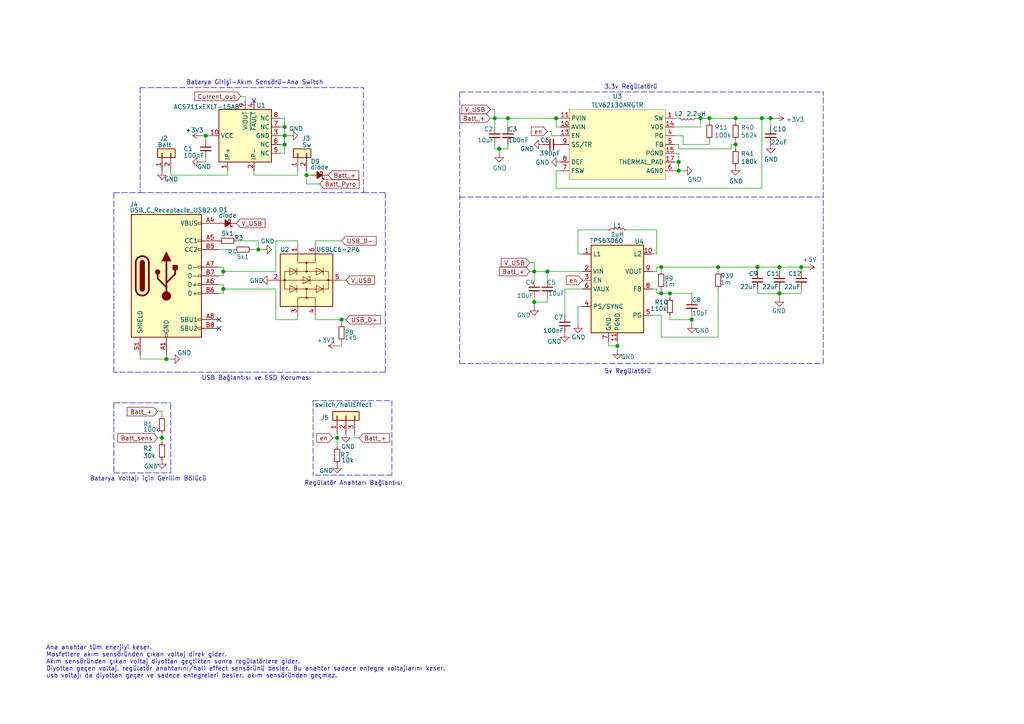
<source format=kicad_sch>
(kicad_sch (version 20201015) (generator eeschema)

  (page 1 8)

  (paper "A4")

  (lib_symbols
    (symbol "Connector:USB_C_Receptacle_USB2.0" (pin_names (offset 1.016)) (in_bom yes) (on_board yes)
      (property "Reference" "J" (id 0) (at -10.16 19.05 0)
        (effects (font (size 1.27 1.27)) (justify left))
      )
      (property "Value" "USB_C_Receptacle_USB2.0" (id 1) (at 19.05 19.05 0)
        (effects (font (size 1.27 1.27)) (justify right))
      )
      (property "Footprint" "" (id 2) (at 3.81 0 0)
        (effects (font (size 1.27 1.27)) hide)
      )
      (property "Datasheet" "https://www.usb.org/sites/default/files/documents/usb_type-c.zip" (id 3) (at 3.81 0 0)
        (effects (font (size 1.27 1.27)) hide)
      )
      (property "ki_keywords" "usb universal serial bus type-C USB2.0" (id 4) (at 0 0 0)
        (effects (font (size 1.27 1.27)) hide)
      )
      (property "ki_description" "USB 2.0-only Type-C Receptacle connector" (id 5) (at 0 0 0)
        (effects (font (size 1.27 1.27)) hide)
      )
      (property "ki_fp_filters" "USB*C*Receptacle*" (id 6) (at 0 0 0)
        (effects (font (size 1.27 1.27)) hide)
      )
      (symbol "USB_C_Receptacle_USB2.0_0_0"
        (rectangle (start -0.254 -17.78) (end 0.254 -16.764)
          (stroke (width 0)) (fill (type none))
        )
        (rectangle (start 10.16 -14.986) (end 9.144 -15.494)
          (stroke (width 0)) (fill (type none))
        )
        (rectangle (start 10.16 -12.446) (end 9.144 -12.954)
          (stroke (width 0)) (fill (type none))
        )
        (rectangle (start 10.16 -4.826) (end 9.144 -5.334)
          (stroke (width 0)) (fill (type none))
        )
        (rectangle (start 10.16 -2.286) (end 9.144 -2.794)
          (stroke (width 0)) (fill (type none))
        )
        (rectangle (start 10.16 0.254) (end 9.144 -0.254)
          (stroke (width 0)) (fill (type none))
        )
        (rectangle (start 10.16 2.794) (end 9.144 2.286)
          (stroke (width 0)) (fill (type none))
        )
        (rectangle (start 10.16 7.874) (end 9.144 7.366)
          (stroke (width 0)) (fill (type none))
        )
        (rectangle (start 10.16 10.414) (end 9.144 9.906)
          (stroke (width 0)) (fill (type none))
        )
        (rectangle (start 10.16 15.494) (end 9.144 14.986)
          (stroke (width 0)) (fill (type none))
        )
      )
      (symbol "USB_C_Receptacle_USB2.0_0_1"
        (arc (start -8.89 -3.81) (end -5.08 -3.81) (radius (at -6.985 -3.81) (length 1.905) (angles -179.9 -0.1))
          (stroke (width 0.508)) (fill (type none))
        )
        (arc (start -7.62 -3.81) (end -6.35 -3.81) (radius (at -6.985 -3.81) (length 0.635) (angles -179.9 -0.1))
          (stroke (width 0.254)) (fill (type none))
        )
        (arc (start -7.62 -3.81) (end -6.35 -3.81) (radius (at -6.985 -3.81) (length 0.635) (angles -179.9 -0.1))
          (stroke (width 0.254)) (fill (type outline))
        )
        (arc (start -6.35 3.81) (end -7.62 3.81) (radius (at -6.985 3.81) (length 0.635) (angles 0.1 179.9))
          (stroke (width 0.254)) (fill (type outline))
        )
        (arc (start -6.35 3.81) (end -7.62 3.81) (radius (at -6.985 3.81) (length 0.635) (angles 0.1 179.9))
          (stroke (width 0.254)) (fill (type none))
        )
        (arc (start -5.08 3.81) (end -8.89 3.81) (radius (at -6.985 3.81) (length 1.905) (angles 0.1 179.9))
          (stroke (width 0.508)) (fill (type none))
        )
        (circle (center -2.54 1.143) (radius 0.635) (stroke (width 0.254)) (fill (type outline)))
        (circle (center 0 -5.842) (radius 1.27) (stroke (width 0)) (fill (type outline)))
        (rectangle (start -10.16 17.78) (end 10.16 -17.78)
          (stroke (width 0.254)) (fill (type background))
        )
        (rectangle (start -7.62 -3.81) (end -6.35 3.81)
          (stroke (width 0.254)) (fill (type outline))
        )
        (rectangle (start 1.905 1.778) (end 3.175 3.048)
          (stroke (width 0.254)) (fill (type outline))
        )
        (polyline
          (pts
            (xy -8.89 -3.81)
            (xy -8.89 3.81)
          )
          (stroke (width 0.508)) (fill (type none))
        )
        (polyline
          (pts
            (xy -5.08 3.81)
            (xy -5.08 -3.81)
          )
          (stroke (width 0.508)) (fill (type none))
        )
        (polyline
          (pts
            (xy 0 -5.842)
            (xy 0 4.318)
          )
          (stroke (width 0.508)) (fill (type none))
        )
        (polyline
          (pts
            (xy 0 -3.302)
            (xy -2.54 -0.762)
            (xy -2.54 0.508)
          )
          (stroke (width 0.508)) (fill (type none))
        )
        (polyline
          (pts
            (xy 0 -2.032)
            (xy 2.54 0.508)
            (xy 2.54 1.778)
          )
          (stroke (width 0.508)) (fill (type none))
        )
        (polyline
          (pts
            (xy -1.27 4.318)
            (xy 0 6.858)
            (xy 1.27 4.318)
            (xy -1.27 4.318)
          )
          (stroke (width 0.254)) (fill (type outline))
        )
      )
      (symbol "USB_C_Receptacle_USB2.0_1_1"
        (pin passive line (at 0 -22.86 90) (length 5.08)
          (name "GND" (effects (font (size 1.27 1.27))))
          (number "A1" (effects (font (size 1.27 1.27))))
        )
        (pin passive line (at 0 -22.86 90) (length 5.08) hide
          (name "GND" (effects (font (size 1.27 1.27))))
          (number "A12" (effects (font (size 1.27 1.27))))
        )
        (pin passive line (at 15.24 15.24 180) (length 5.08)
          (name "VBUS" (effects (font (size 1.27 1.27))))
          (number "A4" (effects (font (size 1.27 1.27))))
        )
        (pin bidirectional line (at 15.24 10.16 180) (length 5.08)
          (name "CC1" (effects (font (size 1.27 1.27))))
          (number "A5" (effects (font (size 1.27 1.27))))
        )
        (pin bidirectional line (at 15.24 -2.54 180) (length 5.08)
          (name "D+" (effects (font (size 1.27 1.27))))
          (number "A6" (effects (font (size 1.27 1.27))))
        )
        (pin bidirectional line (at 15.24 2.54 180) (length 5.08)
          (name "D-" (effects (font (size 1.27 1.27))))
          (number "A7" (effects (font (size 1.27 1.27))))
        )
        (pin bidirectional line (at 15.24 -12.7 180) (length 5.08)
          (name "SBU1" (effects (font (size 1.27 1.27))))
          (number "A8" (effects (font (size 1.27 1.27))))
        )
        (pin passive line (at 15.24 15.24 180) (length 5.08) hide
          (name "VBUS" (effects (font (size 1.27 1.27))))
          (number "A9" (effects (font (size 1.27 1.27))))
        )
        (pin passive line (at 0 -22.86 90) (length 5.08) hide
          (name "GND" (effects (font (size 1.27 1.27))))
          (number "B1" (effects (font (size 1.27 1.27))))
        )
        (pin passive line (at 0 -22.86 90) (length 5.08) hide
          (name "GND" (effects (font (size 1.27 1.27))))
          (number "B12" (effects (font (size 1.27 1.27))))
        )
        (pin passive line (at 15.24 15.24 180) (length 5.08) hide
          (name "VBUS" (effects (font (size 1.27 1.27))))
          (number "B4" (effects (font (size 1.27 1.27))))
        )
        (pin bidirectional line (at 15.24 7.62 180) (length 5.08)
          (name "CC2" (effects (font (size 1.27 1.27))))
          (number "B5" (effects (font (size 1.27 1.27))))
        )
        (pin bidirectional line (at 15.24 -5.08 180) (length 5.08)
          (name "D+" (effects (font (size 1.27 1.27))))
          (number "B6" (effects (font (size 1.27 1.27))))
        )
        (pin bidirectional line (at 15.24 0 180) (length 5.08)
          (name "D-" (effects (font (size 1.27 1.27))))
          (number "B7" (effects (font (size 1.27 1.27))))
        )
        (pin bidirectional line (at 15.24 -15.24 180) (length 5.08)
          (name "SBU2" (effects (font (size 1.27 1.27))))
          (number "B8" (effects (font (size 1.27 1.27))))
        )
        (pin passive line (at 15.24 15.24 180) (length 5.08) hide
          (name "VBUS" (effects (font (size 1.27 1.27))))
          (number "B9" (effects (font (size 1.27 1.27))))
        )
        (pin passive line (at -7.62 -22.86 90) (length 5.08)
          (name "SHIELD" (effects (font (size 1.27 1.27))))
          (number "S1" (effects (font (size 1.27 1.27))))
        )
      )
    )
    (symbol "Connector_Generic:Conn_01x02" (pin_names (offset 1.016) hide) (in_bom yes) (on_board yes)
      (property "Reference" "J" (id 0) (at 0 2.54 0)
        (effects (font (size 1.27 1.27)))
      )
      (property "Value" "Conn_01x02" (id 1) (at 0 -5.08 0)
        (effects (font (size 1.27 1.27)))
      )
      (property "Footprint" "" (id 2) (at 0 0 0)
        (effects (font (size 1.27 1.27)) hide)
      )
      (property "Datasheet" "~" (id 3) (at 0 0 0)
        (effects (font (size 1.27 1.27)) hide)
      )
      (property "ki_keywords" "connector" (id 4) (at 0 0 0)
        (effects (font (size 1.27 1.27)) hide)
      )
      (property "ki_description" "Generic connector, single row, 01x02, script generated (kicad-library-utils/schlib/autogen/connector/)" (id 5) (at 0 0 0)
        (effects (font (size 1.27 1.27)) hide)
      )
      (property "ki_fp_filters" "Connector*:*_1x??_*" (id 6) (at 0 0 0)
        (effects (font (size 1.27 1.27)) hide)
      )
      (symbol "Conn_01x02_1_1"
        (rectangle (start -1.27 -2.413) (end 0 -2.667)
          (stroke (width 0.1524)) (fill (type none))
        )
        (rectangle (start -1.27 0.127) (end 0 -0.127)
          (stroke (width 0.1524)) (fill (type none))
        )
        (rectangle (start -1.27 1.27) (end 1.27 -3.81)
          (stroke (width 0.254)) (fill (type background))
        )
        (pin passive line (at -5.08 0 0) (length 3.81)
          (name "Pin_1" (effects (font (size 1.27 1.27))))
          (number "1" (effects (font (size 1.27 1.27))))
        )
        (pin passive line (at -5.08 -2.54 0) (length 3.81)
          (name "Pin_2" (effects (font (size 1.27 1.27))))
          (number "2" (effects (font (size 1.27 1.27))))
        )
      )
    )
    (symbol "Connector_Generic:Conn_01x03" (pin_names (offset 1.016) hide) (in_bom yes) (on_board yes)
      (property "Reference" "J" (id 0) (at 0 5.08 0)
        (effects (font (size 1.27 1.27)))
      )
      (property "Value" "Conn_01x03" (id 1) (at 0 -5.08 0)
        (effects (font (size 1.27 1.27)))
      )
      (property "Footprint" "" (id 2) (at 0 0 0)
        (effects (font (size 1.27 1.27)) hide)
      )
      (property "Datasheet" "~" (id 3) (at 0 0 0)
        (effects (font (size 1.27 1.27)) hide)
      )
      (property "ki_keywords" "connector" (id 4) (at 0 0 0)
        (effects (font (size 1.27 1.27)) hide)
      )
      (property "ki_description" "Generic connector, single row, 01x03, script generated (kicad-library-utils/schlib/autogen/connector/)" (id 5) (at 0 0 0)
        (effects (font (size 1.27 1.27)) hide)
      )
      (property "ki_fp_filters" "Connector*:*_1x??_*" (id 6) (at 0 0 0)
        (effects (font (size 1.27 1.27)) hide)
      )
      (symbol "Conn_01x03_1_1"
        (rectangle (start -1.27 -2.413) (end 0 -2.667)
          (stroke (width 0.1524)) (fill (type none))
        )
        (rectangle (start -1.27 2.667) (end 0 2.413)
          (stroke (width 0.1524)) (fill (type none))
        )
        (rectangle (start -1.27 3.81) (end 1.27 -3.81)
          (stroke (width 0.254)) (fill (type background))
        )
        (rectangle (start -1.27 0.127) (end 0 -0.127)
          (stroke (width 0.1524)) (fill (type none))
        )
        (pin passive line (at -5.08 2.54 0) (length 3.81)
          (name "Pin_1" (effects (font (size 1.27 1.27))))
          (number "1" (effects (font (size 1.27 1.27))))
        )
        (pin passive line (at -5.08 0 0) (length 3.81)
          (name "Pin_2" (effects (font (size 1.27 1.27))))
          (number "2" (effects (font (size 1.27 1.27))))
        )
        (pin passive line (at -5.08 -2.54 0) (length 3.81)
          (name "Pin_3" (effects (font (size 1.27 1.27))))
          (number "3" (effects (font (size 1.27 1.27))))
        )
      )
    )
    (symbol "Device:C_Small" (pin_numbers hide) (pin_names (offset 0.254) hide) (in_bom yes) (on_board yes)
      (property "Reference" "C" (id 0) (at 0.254 1.778 0)
        (effects (font (size 1.27 1.27)) (justify left))
      )
      (property "Value" "C_Small" (id 1) (at 0.254 -2.032 0)
        (effects (font (size 1.27 1.27)) (justify left))
      )
      (property "Footprint" "" (id 2) (at 0 0 0)
        (effects (font (size 1.27 1.27)) hide)
      )
      (property "Datasheet" "~" (id 3) (at 0 0 0)
        (effects (font (size 1.27 1.27)) hide)
      )
      (property "ki_keywords" "capacitor cap" (id 4) (at 0 0 0)
        (effects (font (size 1.27 1.27)) hide)
      )
      (property "ki_description" "Unpolarized capacitor, small symbol" (id 5) (at 0 0 0)
        (effects (font (size 1.27 1.27)) hide)
      )
      (property "ki_fp_filters" "C_*" (id 6) (at 0 0 0)
        (effects (font (size 1.27 1.27)) hide)
      )
      (symbol "C_Small_0_1"
        (polyline
          (pts
            (xy -1.524 -0.508)
            (xy 1.524 -0.508)
          )
          (stroke (width 0.3302)) (fill (type none))
        )
        (polyline
          (pts
            (xy -1.524 0.508)
            (xy 1.524 0.508)
          )
          (stroke (width 0.3048)) (fill (type none))
        )
      )
      (symbol "C_Small_1_1"
        (pin passive line (at 0 2.54 270) (length 2.032)
          (name "~" (effects (font (size 1.27 1.27))))
          (number "1" (effects (font (size 1.27 1.27))))
        )
        (pin passive line (at 0 -2.54 90) (length 2.032)
          (name "~" (effects (font (size 1.27 1.27))))
          (number "2" (effects (font (size 1.27 1.27))))
        )
      )
    )
    (symbol "Device:D_Schottky_Small_Filled" (pin_numbers hide) (pin_names (offset 0.254) hide) (in_bom yes) (on_board yes)
      (property "Reference" "D" (id 0) (at -1.27 2.032 0)
        (effects (font (size 1.27 1.27)) (justify left))
      )
      (property "Value" "D_Schottky_Small_Filled" (id 1) (at -7.112 -2.032 0)
        (effects (font (size 1.27 1.27)) (justify left))
      )
      (property "Footprint" "" (id 2) (at 0 0 90)
        (effects (font (size 1.27 1.27)) hide)
      )
      (property "Datasheet" "~" (id 3) (at 0 0 90)
        (effects (font (size 1.27 1.27)) hide)
      )
      (property "ki_keywords" "diode Schottky" (id 4) (at 0 0 0)
        (effects (font (size 1.27 1.27)) hide)
      )
      (property "ki_description" "Schottky diode, small symbol, filled shape" (id 5) (at 0 0 0)
        (effects (font (size 1.27 1.27)) hide)
      )
      (property "ki_fp_filters" "TO-???* *_Diode_* *SingleDiode* D_*" (id 6) (at 0 0 0)
        (effects (font (size 1.27 1.27)) hide)
      )
      (symbol "D_Schottky_Small_Filled_0_1"
        (polyline
          (pts
            (xy -0.762 0)
            (xy 0.762 0)
          )
          (stroke (width 0)) (fill (type none))
        )
        (polyline
          (pts
            (xy 0.762 -1.016)
            (xy -0.762 0)
            (xy 0.762 1.016)
            (xy 0.762 -1.016)
          )
          (stroke (width 0.254)) (fill (type outline))
        )
        (polyline
          (pts
            (xy -1.27 0.762)
            (xy -1.27 1.016)
            (xy -0.762 1.016)
            (xy -0.762 -1.016)
            (xy -0.254 -1.016)
            (xy -0.254 -0.762)
          )
          (stroke (width 0.254)) (fill (type none))
        )
      )
      (symbol "D_Schottky_Small_Filled_1_1"
        (pin passive line (at -2.54 0 0) (length 1.778)
          (name "K" (effects (font (size 1.27 1.27))))
          (number "1" (effects (font (size 1.27 1.27))))
        )
        (pin passive line (at 2.54 0 180) (length 1.778)
          (name "A" (effects (font (size 1.27 1.27))))
          (number "2" (effects (font (size 1.27 1.27))))
        )
      )
    )
    (symbol "Device:L_Small" (pin_numbers hide) (pin_names (offset 0.254) hide) (in_bom yes) (on_board yes)
      (property "Reference" "L" (id 0) (at 0.762 1.016 0)
        (effects (font (size 1.27 1.27)) (justify left))
      )
      (property "Value" "L_Small" (id 1) (at 0.762 -1.016 0)
        (effects (font (size 1.27 1.27)) (justify left))
      )
      (property "Footprint" "" (id 2) (at 0 0 0)
        (effects (font (size 1.27 1.27)) hide)
      )
      (property "Datasheet" "~" (id 3) (at 0 0 0)
        (effects (font (size 1.27 1.27)) hide)
      )
      (property "ki_keywords" "inductor choke coil reactor magnetic" (id 4) (at 0 0 0)
        (effects (font (size 1.27 1.27)) hide)
      )
      (property "ki_description" "Inductor, small symbol" (id 5) (at 0 0 0)
        (effects (font (size 1.27 1.27)) hide)
      )
      (property "ki_fp_filters" "Choke_* *Coil* Inductor_* L_*" (id 6) (at 0 0 0)
        (effects (font (size 1.27 1.27)) hide)
      )
      (symbol "L_Small_0_1"
        (arc (start 0 -2.032) (end 0 -1.016) (radius (at 0 -1.524) (length 0.508) (angles -89.9 89.9))
          (stroke (width 0)) (fill (type none))
        )
        (arc (start 0 -1.016) (end 0 0) (radius (at 0 -0.508) (length 0.508) (angles -89.9 89.9))
          (stroke (width 0)) (fill (type none))
        )
        (arc (start 0 0) (end 0 1.016) (radius (at 0 0.508) (length 0.508) (angles -89.9 89.9))
          (stroke (width 0)) (fill (type none))
        )
        (arc (start 0 1.016) (end 0 2.032) (radius (at 0 1.524) (length 0.508) (angles -89.9 89.9))
          (stroke (width 0)) (fill (type none))
        )
      )
      (symbol "L_Small_1_1"
        (pin passive line (at 0 2.54 270) (length 0.508)
          (name "~" (effects (font (size 1.27 1.27))))
          (number "1" (effects (font (size 1.27 1.27))))
        )
        (pin passive line (at 0 -2.54 90) (length 0.508)
          (name "~" (effects (font (size 1.27 1.27))))
          (number "2" (effects (font (size 1.27 1.27))))
        )
      )
    )
    (symbol "Device:R_Small" (pin_numbers hide) (pin_names (offset 0.254) hide) (in_bom yes) (on_board yes)
      (property "Reference" "R" (id 0) (at 0.762 0.508 0)
        (effects (font (size 1.27 1.27)) (justify left))
      )
      (property "Value" "R_Small" (id 1) (at 0.762 -1.016 0)
        (effects (font (size 1.27 1.27)) (justify left))
      )
      (property "Footprint" "" (id 2) (at 0 0 0)
        (effects (font (size 1.27 1.27)) hide)
      )
      (property "Datasheet" "~" (id 3) (at 0 0 0)
        (effects (font (size 1.27 1.27)) hide)
      )
      (property "ki_keywords" "R resistor" (id 4) (at 0 0 0)
        (effects (font (size 1.27 1.27)) hide)
      )
      (property "ki_description" "Resistor, small symbol" (id 5) (at 0 0 0)
        (effects (font (size 1.27 1.27)) hide)
      )
      (property "ki_fp_filters" "R_*" (id 6) (at 0 0 0)
        (effects (font (size 1.27 1.27)) hide)
      )
      (symbol "R_Small_0_1"
        (rectangle (start -0.762 1.778) (end 0.762 -1.778)
          (stroke (width 0.2032)) (fill (type none))
        )
      )
      (symbol "R_Small_1_1"
        (pin passive line (at 0 2.54 270) (length 0.762)
          (name "~" (effects (font (size 1.27 1.27))))
          (number "1" (effects (font (size 1.27 1.27))))
        )
        (pin passive line (at 0 -2.54 90) (length 0.762)
          (name "~" (effects (font (size 1.27 1.27))))
          (number "2" (effects (font (size 1.27 1.27))))
        )
      )
    )
    (symbol "Power_Protection:USBLC6-2P6" (pin_names hide) (in_bom yes) (on_board yes)
      (property "Reference" "U" (id 0) (at 2.54 8.89 0)
        (effects (font (size 1.27 1.27)) (justify left))
      )
      (property "Value" "USBLC6-2P6" (id 1) (at 2.54 -8.89 0)
        (effects (font (size 1.27 1.27)) (justify left))
      )
      (property "Footprint" "Package_TO_SOT_SMD:SOT-666" (id 2) (at 0 -12.7 0)
        (effects (font (size 1.27 1.27)) hide)
      )
      (property "Datasheet" "https://www.st.com/resource/en/datasheet/usblc6-2.pdf" (id 3) (at 5.08 8.89 0)
        (effects (font (size 1.27 1.27)) hide)
      )
      (property "ki_keywords" "usb ethernet video" (id 4) (at 0 0 0)
        (effects (font (size 1.27 1.27)) hide)
      )
      (property "ki_description" "Very low capacitance ESD protection diode, 2 data-line, SOT-666" (id 5) (at 0 0 0)
        (effects (font (size 1.27 1.27)) hide)
      )
      (property "ki_fp_filters" "SOT?666*" (id 6) (at 0 0 0)
        (effects (font (size 1.27 1.27)) hide)
      )
      (symbol "USBLC6-2P6_0_1"
        (circle (center -5.08 0) (radius 0.254) (stroke (width 0)) (fill (type outline)))
        (circle (center -2.54 0) (radius 0.254) (stroke (width 0)) (fill (type outline)))
        (circle (center 0 -6.35) (radius 0.254) (stroke (width 0)) (fill (type outline)))
        (circle (center 0 6.35) (radius 0.254) (stroke (width 0)) (fill (type outline)))
        (circle (center 2.54 0) (radius 0.254) (stroke (width 0)) (fill (type outline)))
        (circle (center 5.08 0) (radius 0.254) (stroke (width 0)) (fill (type outline)))
        (rectangle (start -7.62 -7.62) (end 7.62 7.62)
          (stroke (width 0.254)) (fill (type background))
        )
        (rectangle (start -2.54 6.35) (end 2.54 -6.35)
          (stroke (width 0)) (fill (type none))
        )
        (polyline
          (pts
            (xy -5.08 -2.54)
            (xy -7.62 -2.54)
          )
          (stroke (width 0)) (fill (type none))
        )
        (polyline
          (pts
            (xy -5.08 0)
            (xy -5.08 -2.54)
          )
          (stroke (width 0)) (fill (type none))
        )
        (polyline
          (pts
            (xy -5.08 2.54)
            (xy -7.62 2.54)
          )
          (stroke (width 0)) (fill (type none))
        )
        (polyline
          (pts
            (xy -1.524 -2.794)
            (xy -3.556 -2.794)
          )
          (stroke (width 0)) (fill (type none))
        )
        (polyline
          (pts
            (xy -1.524 4.826)
            (xy -3.556 4.826)
          )
          (stroke (width 0)) (fill (type none))
        )
        (polyline
          (pts
            (xy 0 -7.62)
            (xy 0 -6.35)
          )
          (stroke (width 0)) (fill (type none))
        )
        (polyline
          (pts
            (xy 0 -6.35)
            (xy 0 1.27)
          )
          (stroke (width 0)) (fill (type none))
        )
        (polyline
          (pts
            (xy 0 1.27)
            (xy 0 6.35)
          )
          (stroke (width 0)) (fill (type none))
        )
        (polyline
          (pts
            (xy 0 6.35)
            (xy 0 7.62)
          )
          (stroke (width 0)) (fill (type none))
        )
        (polyline
          (pts
            (xy 1.524 -2.794)
            (xy 3.556 -2.794)
          )
          (stroke (width 0)) (fill (type none))
        )
        (polyline
          (pts
            (xy 1.524 4.826)
            (xy 3.556 4.826)
          )
          (stroke (width 0)) (fill (type none))
        )
        (polyline
          (pts
            (xy 5.08 -2.54)
            (xy 7.62 -2.54)
          )
          (stroke (width 0)) (fill (type none))
        )
        (polyline
          (pts
            (xy 5.08 0)
            (xy 5.08 -2.54)
          )
          (stroke (width 0)) (fill (type none))
        )
        (polyline
          (pts
            (xy 5.08 2.54)
            (xy 7.62 2.54)
          )
          (stroke (width 0)) (fill (type none))
        )
        (polyline
          (pts
            (xy -2.54 0)
            (xy -5.08 0)
            (xy -5.08 2.54)
          )
          (stroke (width 0)) (fill (type none))
        )
        (polyline
          (pts
            (xy 2.54 0)
            (xy 5.08 0)
            (xy 5.08 2.54)
          )
          (stroke (width 0)) (fill (type none))
        )
        (polyline
          (pts
            (xy -3.556 -4.826)
            (xy -1.524 -4.826)
            (xy -2.54 -2.794)
            (xy -3.556 -4.826)
          )
          (stroke (width 0)) (fill (type none))
        )
        (polyline
          (pts
            (xy -3.556 2.794)
            (xy -1.524 2.794)
            (xy -2.54 4.826)
            (xy -3.556 2.794)
          )
          (stroke (width 0)) (fill (type none))
        )
        (polyline
          (pts
            (xy -1.016 -1.016)
            (xy 1.016 -1.016)
            (xy 0 1.016)
            (xy -1.016 -1.016)
          )
          (stroke (width 0)) (fill (type none))
        )
        (polyline
          (pts
            (xy 1.016 1.016)
            (xy 0.762 1.016)
            (xy -1.016 1.016)
            (xy -1.016 0.508)
          )
          (stroke (width 0)) (fill (type none))
        )
        (polyline
          (pts
            (xy 3.556 -4.826)
            (xy 1.524 -4.826)
            (xy 2.54 -2.794)
            (xy 3.556 -4.826)
          )
          (stroke (width 0)) (fill (type none))
        )
        (polyline
          (pts
            (xy 3.556 2.794)
            (xy 1.524 2.794)
            (xy 2.54 4.826)
            (xy 3.556 2.794)
          )
          (stroke (width 0)) (fill (type none))
        )
      )
      (symbol "USBLC6-2P6_1_1"
        (pin passive line (at -10.16 -2.54 0) (length 2.54)
          (name "I/O1" (effects (font (size 1.27 1.27))))
          (number "1" (effects (font (size 1.27 1.27))))
        )
        (pin passive line (at 0 -10.16 90) (length 2.54)
          (name "GND" (effects (font (size 1.27 1.27))))
          (number "2" (effects (font (size 1.27 1.27))))
        )
        (pin passive line (at 10.16 -2.54 180) (length 2.54)
          (name "I/O2" (effects (font (size 1.27 1.27))))
          (number "3" (effects (font (size 1.27 1.27))))
        )
        (pin passive line (at 10.16 2.54 180) (length 2.54)
          (name "I/O2" (effects (font (size 1.27 1.27))))
          (number "4" (effects (font (size 1.27 1.27))))
        )
        (pin passive line (at 0 10.16 270) (length 2.54)
          (name "VBUS" (effects (font (size 1.27 1.27))))
          (number "5" (effects (font (size 1.27 1.27))))
        )
        (pin passive line (at -10.16 2.54 0) (length 2.54)
          (name "I/O1" (effects (font (size 1.27 1.27))))
          (number "6" (effects (font (size 1.27 1.27))))
        )
      )
    )
    (symbol "Regulator_Switching:TPS63060" (in_bom yes) (on_board yes)
      (property "Reference" "U" (id 0) (at -7.62 13.97 0)
        (effects (font (size 1.27 1.27)) (justify left))
      )
      (property "Value" "TPS63060" (id 1) (at 2.54 13.97 0)
        (effects (font (size 1.27 1.27)))
      )
      (property "Footprint" "Package_SON:Texas_S-PWSON-N10_ThermalVias" (id 2) (at 0 -16.51 0)
        (effects (font (size 1.27 1.27)) hide)
      )
      (property "Datasheet" "http://www.ti.com/lit/ds/symlink/tps63060.pdf" (id 3) (at 0 0 0)
        (effects (font (size 1.27 1.27)) hide)
      )
      (property "ki_keywords" "Buck-Boost adjustable converter" (id 4) (at 0 0 0)
        (effects (font (size 1.27 1.27)) hide)
      )
      (property "ki_description" "Buck-Boost Converter, 2.5-12V Input Voltage, 2-A Switch Current, Adjustable 2.5-8V Output Voltage, S-PWSON-N10" (id 5) (at 0 0 0)
        (effects (font (size 1.27 1.27)) hide)
      )
      (property "ki_fp_filters" "Texas*S*PWSON*N10*" (id 6) (at 0 0 0)
        (effects (font (size 1.27 1.27)) hide)
      )
      (symbol "TPS63060_0_1"
        (rectangle (start -7.62 12.7) (end 7.62 -12.7)
          (stroke (width 0.254)) (fill (type background))
        )
      )
      (symbol "TPS63060_1_1"
        (pin input line (at -10.16 10.16 0) (length 2.54)
          (name "L1" (effects (font (size 1.27 1.27))))
          (number "1" (effects (font (size 1.27 1.27))))
        )
        (pin input line (at 10.16 10.16 180) (length 2.54)
          (name "L2" (effects (font (size 1.27 1.27))))
          (number "10" (effects (font (size 1.27 1.27))))
        )
        (pin power_in line (at 0 -15.24 90) (length 2.54)
          (name "PGND" (effects (font (size 1.27 1.27))))
          (number "11" (effects (font (size 1.27 1.27))))
        )
        (pin power_in line (at -10.16 5.08 0) (length 2.54)
          (name "VIN" (effects (font (size 1.27 1.27))))
          (number "2" (effects (font (size 1.27 1.27))))
        )
        (pin input line (at -10.16 2.54 0) (length 2.54)
          (name "EN" (effects (font (size 1.27 1.27))))
          (number "3" (effects (font (size 1.27 1.27))))
        )
        (pin input line (at -10.16 -5.08 0) (length 2.54)
          (name "PS/SYNC" (effects (font (size 1.27 1.27))))
          (number "4" (effects (font (size 1.27 1.27))))
        )
        (pin output line (at 10.16 -7.62 180) (length 2.54)
          (name "PG" (effects (font (size 1.27 1.27))))
          (number "5" (effects (font (size 1.27 1.27))))
        )
        (pin passive line (at -10.16 0 0) (length 2.54)
          (name "VAUX" (effects (font (size 1.27 1.27))))
          (number "6" (effects (font (size 1.27 1.27))))
        )
        (pin power_in line (at -2.54 -15.24 90) (length 2.54)
          (name "GND" (effects (font (size 1.27 1.27))))
          (number "7" (effects (font (size 1.27 1.27))))
        )
        (pin input line (at 10.16 0 180) (length 2.54)
          (name "FB" (effects (font (size 1.27 1.27))))
          (number "8" (effects (font (size 1.27 1.27))))
        )
        (pin power_out line (at 10.16 5.08 180) (length 2.54)
          (name "VOUT" (effects (font (size 1.27 1.27))))
          (number "9" (effects (font (size 1.27 1.27))))
        )
      )
    )
    (symbol "Sensor_Current:ACS711xEXLT-15AB" (in_bom yes) (on_board yes)
      (property "Reference" "U" (id 0) (at 8.89 6.35 0)
        (effects (font (size 1.27 1.27)) (justify left))
      )
      (property "Value" "ACS711xEXLT-15AB" (id 1) (at 8.89 3.81 0)
        (effects (font (size 1.27 1.27)) (justify left))
      )
      (property "Footprint" "Sensor_Current:Allegro_QFN-12-10-1EP_3x3mm_P0.5mm" (id 2) (at 8.89 -1.27 0)
        (effects (font (size 1.27 1.27) italic) (justify left) hide)
      )
      (property "Datasheet" "http://www.allegromicro.com/~/Media/Files/Datasheets/ACS711-Datasheet.ashx" (id 3) (at 0 0 0)
        (effects (font (size 1.27 1.27)) hide)
      )
      (property "ki_keywords" "hall effect current monitor sensor isolated" (id 4) (at 0 0 0)
        (effects (font (size 1.27 1.27)) hide)
      )
      (property "ki_description" "±15A Bidirectional Hall-Effect Current Sensor, +3.3V supply, 90mV/A, QFN-12" (id 5) (at 0 0 0)
        (effects (font (size 1.27 1.27)) hide)
      )
      (property "ki_fp_filters" "Allegro*QFN*EP*3x3mm*P0.5mm*" (id 6) (at 0 0 0)
        (effects (font (size 1.27 1.27)) hide)
      )
      (symbol "ACS711xEXLT-15AB_0_1"
        (rectangle (start -7.62 7.62) (end 7.62 -7.62)
          (stroke (width 0.254)) (fill (type background))
        )
      )
      (symbol "ACS711xEXLT-15AB_1_1"
        (pin passive line (at -10.16 5.08 0) (length 2.54)
          (name "IP+" (effects (font (size 1.27 1.27))))
          (number "1" (effects (font (size 1.27 1.27))))
        )
        (pin power_in line (at 0 10.16 270) (length 2.54)
          (name "VCC" (effects (font (size 1.27 1.27))))
          (number "10" (effects (font (size 1.27 1.27))))
        )
        (pin passive line (at -10.16 -2.54 0) (length 2.54)
          (name "IP-" (effects (font (size 1.27 1.27))))
          (number "2" (effects (font (size 1.27 1.27))))
        )
        (pin power_in line (at 0 -10.16 90) (length 2.54)
          (name "GND" (effects (font (size 1.27 1.27))))
          (number "3" (effects (font (size 1.27 1.27))))
        )
        (pin output line (at 10.16 -2.54 180) (length 2.54)
          (name "~FAULT" (effects (font (size 1.27 1.27))))
          (number "4" (effects (font (size 1.27 1.27))))
        )
        (pin passive line (at -5.08 -10.16 90) (length 2.54)
          (name "NC" (effects (font (size 1.27 1.27))))
          (number "5" (effects (font (size 1.27 1.27))))
        )
        (pin passive line (at -2.54 -10.16 90) (length 2.54)
          (name "NC" (effects (font (size 1.27 1.27))))
          (number "6" (effects (font (size 1.27 1.27))))
        )
        (pin passive line (at 2.54 -10.16 90) (length 2.54)
          (name "NC" (effects (font (size 1.27 1.27))))
          (number "7" (effects (font (size 1.27 1.27))))
        )
        (pin passive line (at 5.08 -10.16 90) (length 2.54)
          (name "NC" (effects (font (size 1.27 1.27))))
          (number "8" (effects (font (size 1.27 1.27))))
        )
        (pin output line (at 10.16 0 180) (length 2.54)
          (name "VIOUT" (effects (font (size 1.27 1.27))))
          (number "9" (effects (font (size 1.27 1.27))))
        )
      )
    )
    (symbol "power:+3V3" (power) (pin_names (offset 0)) (in_bom yes) (on_board yes)
      (property "Reference" "#PWR" (id 0) (at 0 -3.81 0)
        (effects (font (size 1.27 1.27)) hide)
      )
      (property "Value" "+3V3" (id 1) (at 0 3.556 0)
        (effects (font (size 1.27 1.27)))
      )
      (property "Footprint" "" (id 2) (at 0 0 0)
        (effects (font (size 1.27 1.27)) hide)
      )
      (property "Datasheet" "" (id 3) (at 0 0 0)
        (effects (font (size 1.27 1.27)) hide)
      )
      (property "ki_keywords" "power-flag" (id 4) (at 0 0 0)
        (effects (font (size 1.27 1.27)) hide)
      )
      (property "ki_description" "Power symbol creates a global label with name \"+3V3\"" (id 5) (at 0 0 0)
        (effects (font (size 1.27 1.27)) hide)
      )
      (symbol "+3V3_0_1"
        (polyline
          (pts
            (xy -0.762 1.27)
            (xy 0 2.54)
          )
          (stroke (width 0)) (fill (type none))
        )
        (polyline
          (pts
            (xy 0 0)
            (xy 0 2.54)
          )
          (stroke (width 0)) (fill (type none))
        )
        (polyline
          (pts
            (xy 0 2.54)
            (xy 0.762 1.27)
          )
          (stroke (width 0)) (fill (type none))
        )
      )
      (symbol "+3V3_1_1"
        (pin power_in line (at 0 0 90) (length 0) hide
          (name "+3V3" (effects (font (size 1.27 1.27))))
          (number "1" (effects (font (size 1.27 1.27))))
        )
      )
    )
    (symbol "power:+5V" (power) (pin_names (offset 0)) (in_bom yes) (on_board yes)
      (property "Reference" "#PWR" (id 0) (at 0 -3.81 0)
        (effects (font (size 1.27 1.27)) hide)
      )
      (property "Value" "+5V" (id 1) (at 0 3.556 0)
        (effects (font (size 1.27 1.27)))
      )
      (property "Footprint" "" (id 2) (at 0 0 0)
        (effects (font (size 1.27 1.27)) hide)
      )
      (property "Datasheet" "" (id 3) (at 0 0 0)
        (effects (font (size 1.27 1.27)) hide)
      )
      (property "ki_keywords" "power-flag" (id 4) (at 0 0 0)
        (effects (font (size 1.27 1.27)) hide)
      )
      (property "ki_description" "Power symbol creates a global label with name \"+5V\"" (id 5) (at 0 0 0)
        (effects (font (size 1.27 1.27)) hide)
      )
      (symbol "+5V_0_1"
        (polyline
          (pts
            (xy -0.762 1.27)
            (xy 0 2.54)
          )
          (stroke (width 0)) (fill (type none))
        )
        (polyline
          (pts
            (xy 0 0)
            (xy 0 2.54)
          )
          (stroke (width 0)) (fill (type none))
        )
        (polyline
          (pts
            (xy 0 2.54)
            (xy 0.762 1.27)
          )
          (stroke (width 0)) (fill (type none))
        )
      )
      (symbol "+5V_1_1"
        (pin power_in line (at 0 0 90) (length 0) hide
          (name "+5V" (effects (font (size 1.27 1.27))))
          (number "1" (effects (font (size 1.27 1.27))))
        )
      )
    )
    (symbol "power:GND" (power) (pin_names (offset 0)) (in_bom yes) (on_board yes)
      (property "Reference" "#PWR" (id 0) (at 0 -6.35 0)
        (effects (font (size 1.27 1.27)) hide)
      )
      (property "Value" "GND" (id 1) (at 0 -3.81 0)
        (effects (font (size 1.27 1.27)))
      )
      (property "Footprint" "" (id 2) (at 0 0 0)
        (effects (font (size 1.27 1.27)) hide)
      )
      (property "Datasheet" "" (id 3) (at 0 0 0)
        (effects (font (size 1.27 1.27)) hide)
      )
      (property "ki_keywords" "power-flag" (id 4) (at 0 0 0)
        (effects (font (size 1.27 1.27)) hide)
      )
      (property "ki_description" "Power symbol creates a global label with name \"GND\" , ground" (id 5) (at 0 0 0)
        (effects (font (size 1.27 1.27)) hide)
      )
      (symbol "GND_0_1"
        (polyline
          (pts
            (xy 0 0)
            (xy 0 -1.27)
            (xy 1.27 -1.27)
            (xy 0 -2.54)
            (xy -1.27 -1.27)
            (xy 0 -1.27)
          )
          (stroke (width 0)) (fill (type none))
        )
      )
      (symbol "GND_1_1"
        (pin power_in line (at 0 0 270) (length 0) hide
          (name "GND" (effects (font (size 1.27 1.27))))
          (number "1" (effects (font (size 1.27 1.27))))
        )
      )
    )
    (symbol "tlv62130argtr:TLV62130ARGTR" (in_bom yes) (on_board yes)
      (property "Reference" "U" (id 0) (at 0 13.97 0)
        (effects (font (size 1.27 1.27)))
      )
      (property "Value" "TLV62130ARGTR" (id 1) (at 0 11.43 0)
        (effects (font (size 1.27 1.27)))
      )
      (property "Footprint" "" (id 2) (at -2.54 1.27 0)
        (effects (font (size 1.27 1.27)) hide)
      )
      (property "Datasheet" "" (id 3) (at -2.54 1.27 0)
        (effects (font (size 1.27 1.27)) hide)
      )
      (symbol "TLV62130ARGTR_0_0"
        (pin input line (at 16.51 0 180) (length 2.54)
          (name "FB" (effects (font (size 1.27 1.27))))
          (number "5" (effects (font (size 1.27 1.27))))
        )
        (pin input line (at 16.51 -7.62 180) (length 2.54)
          (name "AGND" (effects (font (size 1.27 1.27))))
          (number "6" (effects (font (size 1.27 1.27))))
        )
        (pin input line (at -16.51 -7.62 0) (length 2.54)
          (name "FSW" (effects (font (size 1.27 1.27))))
          (number "7" (effects (font (size 1.27 1.27))))
        )
        (pin input line (at -16.51 -5.08 0) (length 2.54)
          (name "DEF" (effects (font (size 1.27 1.27))))
          (number "8" (effects (font (size 1.27 1.27))))
        )
        (pin input line (at -16.51 0 0) (length 2.54)
          (name "SS/TR" (effects (font (size 1.27 1.27))))
          (number "9" (effects (font (size 1.27 1.27))))
        )
        (pin input line (at -16.51 5.08 0) (length 2.54)
          (name "AVIN" (effects (font (size 1.27 1.27))))
          (number "10" (effects (font (size 1.27 1.27))))
        )
        (pin input line (at -16.51 7.62 0) (length 2.54)
          (name "PVIN" (effects (font (size 1.27 1.27))))
          (number "11" (effects (font (size 1.27 1.27))))
        )
        (pin input line (at -16.51 7.62 0) (length 2.54) hide
          (name "PVIN" (effects (font (size 1.27 1.27))))
          (number "12" (effects (font (size 1.27 1.27))))
        )
        (pin input line (at -16.51 2.54 0) (length 2.54)
          (name "EN" (effects (font (size 1.27 1.27))))
          (number "13" (effects (font (size 1.27 1.27))))
        )
        (pin input line (at 16.51 5.08 180) (length 2.54)
          (name "VOS" (effects (font (size 1.27 1.27))))
          (number "14" (effects (font (size 1.27 1.27))))
        )
        (pin input line (at 16.51 -2.54 180) (length 2.54)
          (name "PGND" (effects (font (size 1.27 1.27))))
          (number "15" (effects (font (size 1.27 1.27))))
        )
        (pin input line (at 16.51 -2.54 180) (length 2.54) hide
          (name "PGND" (effects (font (size 1.27 1.27))))
          (number "16" (effects (font (size 1.27 1.27))))
        )
        (pin input line (at 16.51 -5.08 180) (length 2.54)
          (name "THERMAL_PAD" (effects (font (size 1.27 1.27))))
          (number "17" (effects (font (size 1.27 1.27))))
        )
      )
      (symbol "TLV62130ARGTR_0_1"
        (rectangle (start -13.97 10.16) (end 13.97 -10.16)
          (stroke (width 0.001)) (fill (type background))
        )
      )
      (symbol "TLV62130ARGTR_1_1"
        (pin input line (at 16.51 7.62 180) (length 2.54)
          (name "SW" (effects (font (size 1.27 1.27))))
          (number "1" (effects (font (size 1.27 1.27))))
        )
        (pin input line (at 16.51 7.62 180) (length 2.54) hide
          (name "SW" (effects (font (size 1.27 1.27))))
          (number "2" (effects (font (size 1.27 1.27))))
        )
        (pin input line (at 16.51 7.62 180) (length 2.54) hide
          (name "SW" (effects (font (size 1.27 1.27))))
          (number "3" (effects (font (size 1.27 1.27))))
        )
        (pin input line (at 16.51 2.54 180) (length 2.54)
          (name "PG" (effects (font (size 1.27 1.27))))
          (number "4" (effects (font (size 1.27 1.27))))
        )
      )
    )
  )

  (junction (at 46.99 127) (diameter 1.016) (color 0 0 0 0))
  (junction (at 48.26 104.14) (diameter 1.016) (color 0 0 0 0))
  (junction (at 59.69 39.37) (diameter 1.016) (color 0 0 0 0))
  (junction (at 64.77 78.74) (diameter 1.016) (color 0 0 0 0))
  (junction (at 64.77 83.82) (diameter 1.016) (color 0 0 0 0))
  (junction (at 74.93 72.39) (diameter 1.016) (color 0 0 0 0))
  (junction (at 82.55 36.83) (diameter 1.016) (color 0 0 0 0))
  (junction (at 82.55 39.37) (diameter 1.016) (color 0 0 0 0))
  (junction (at 82.55 41.91) (diameter 1.016) (color 0 0 0 0))
  (junction (at 88.9 50.8) (diameter 1.016) (color 0 0 0 0))
  (junction (at 97.79 127) (diameter 1.016) (color 0 0 0 0))
  (junction (at 99.06 92.71) (diameter 1.016) (color 0 0 0 0))
  (junction (at 143.51 34.29) (diameter 1.016) (color 0 0 0 0))
  (junction (at 144.78 43.18) (diameter 1.016) (color 0 0 0 0))
  (junction (at 147.32 34.29) (diameter 1.016) (color 0 0 0 0))
  (junction (at 154.94 78.74) (diameter 1.016) (color 0 0 0 0))
  (junction (at 154.94 87.63) (diameter 1.016) (color 0 0 0 0))
  (junction (at 158.75 78.74) (diameter 1.016) (color 0 0 0 0))
  (junction (at 161.29 34.29) (diameter 1.016) (color 0 0 0 0))
  (junction (at 179.07 100.33) (diameter 1.016) (color 0 0 0 0))
  (junction (at 191.77 77.47) (diameter 1.016) (color 0 0 0 0))
  (junction (at 191.77 85.09) (diameter 1.016) (color 0 0 0 0))
  (junction (at 194.31 85.09) (diameter 1.016) (color 0 0 0 0))
  (junction (at 196.85 46.99) (diameter 1.016) (color 0 0 0 0))
  (junction (at 196.85 49.53) (diameter 1.016) (color 0 0 0 0))
  (junction (at 200.66 92.71) (diameter 1.016) (color 0 0 0 0))
  (junction (at 203.2 34.29) (diameter 1.016) (color 0 0 0 0))
  (junction (at 205.74 34.29) (diameter 1.016) (color 0 0 0 0))
  (junction (at 208.28 77.47) (diameter 1.016) (color 0 0 0 0))
  (junction (at 213.36 34.29) (diameter 1.016) (color 0 0 0 0))
  (junction (at 213.36 41.91) (diameter 1.016) (color 0 0 0 0))
  (junction (at 219.71 77.47) (diameter 1.016) (color 0 0 0 0))
  (junction (at 220.98 34.29) (diameter 1.016) (color 0 0 0 0))
  (junction (at 223.52 34.29) (diameter 1.016) (color 0 0 0 0))
  (junction (at 226.06 77.47) (diameter 1.016) (color 0 0 0 0))
  (junction (at 226.06 85.09) (diameter 1.016) (color 0 0 0 0))
  (junction (at 232.41 77.47) (diameter 1.016) (color 0 0 0 0))

  (no_connect (at 73.66 29.21))
  (no_connect (at 63.5 92.71))
  (no_connect (at 63.5 95.25))

  (wire (pts (xy 40.64 102.87) (xy 40.64 104.14))
    (stroke (width 0) (type solid) (color 0 0 0 0))
  )
  (wire (pts (xy 40.64 104.14) (xy 48.26 104.14))
    (stroke (width 0) (type solid) (color 0 0 0 0))
  )
  (wire (pts (xy 45.72 119.38) (xy 46.99 119.38))
    (stroke (width 0) (type solid) (color 0 0 0 0))
  )
  (wire (pts (xy 46.99 119.38) (xy 46.99 120.65))
    (stroke (width 0) (type solid) (color 0 0 0 0))
  )
  (wire (pts (xy 46.99 125.73) (xy 46.99 127))
    (stroke (width 0) (type solid) (color 0 0 0 0))
  )
  (wire (pts (xy 46.99 127) (xy 45.72 127))
    (stroke (width 0) (type solid) (color 0 0 0 0))
  )
  (wire (pts (xy 46.99 127) (xy 46.99 128.27))
    (stroke (width 0) (type solid) (color 0 0 0 0))
  )
  (wire (pts (xy 48.26 102.87) (xy 48.26 104.14))
    (stroke (width 0) (type solid) (color 0 0 0 0))
  )
  (wire (pts (xy 48.26 104.14) (xy 49.53 104.14))
    (stroke (width 0) (type solid) (color 0 0 0 0))
  )
  (wire (pts (xy 49.53 49.53) (xy 49.53 50.8))
    (stroke (width 0) (type solid) (color 0 0 0 0))
  )
  (wire (pts (xy 49.53 50.8) (xy 66.04 50.8))
    (stroke (width 0) (type solid) (color 0 0 0 0))
  )
  (wire (pts (xy 58.42 39.37) (xy 59.69 39.37))
    (stroke (width 0) (type solid) (color 0 0 0 0))
  )
  (wire (pts (xy 59.69 39.37) (xy 60.96 39.37))
    (stroke (width 0) (type solid) (color 0 0 0 0))
  )
  (wire (pts (xy 59.69 40.64) (xy 59.69 39.37))
    (stroke (width 0) (type solid) (color 0 0 0 0))
  )
  (wire (pts (xy 59.69 45.72) (xy 59.69 46.99))
    (stroke (width 0) (type solid) (color 0 0 0 0))
  )
  (wire (pts (xy 59.69 46.99) (xy 58.42 46.99))
    (stroke (width 0) (type solid) (color 0 0 0 0))
  )
  (wire (pts (xy 63.5 72.39) (xy 67.945 72.39))
    (stroke (width 0) (type solid) (color 0 0 0 0))
  )
  (wire (pts (xy 63.5 77.47) (xy 64.77 77.47))
    (stroke (width 0) (type solid) (color 0 0 0 0))
  )
  (wire (pts (xy 63.5 82.55) (xy 64.77 82.55))
    (stroke (width 0) (type solid) (color 0 0 0 0))
  )
  (wire (pts (xy 64.77 77.47) (xy 64.77 78.74))
    (stroke (width 0) (type solid) (color 0 0 0 0))
  )
  (wire (pts (xy 64.77 78.74) (xy 64.77 80.01))
    (stroke (width 0) (type solid) (color 0 0 0 0))
  )
  (wire (pts (xy 64.77 78.74) (xy 80.01 78.74))
    (stroke (width 0) (type solid) (color 0 0 0 0))
  )
  (wire (pts (xy 64.77 80.01) (xy 63.5 80.01))
    (stroke (width 0) (type solid) (color 0 0 0 0))
  )
  (wire (pts (xy 64.77 82.55) (xy 64.77 83.82))
    (stroke (width 0) (type solid) (color 0 0 0 0))
  )
  (wire (pts (xy 64.77 83.82) (xy 64.77 85.09))
    (stroke (width 0) (type solid) (color 0 0 0 0))
  )
  (wire (pts (xy 64.77 83.82) (xy 80.01 83.82))
    (stroke (width 0) (type solid) (color 0 0 0 0))
  )
  (wire (pts (xy 64.77 85.09) (xy 63.5 85.09))
    (stroke (width 0) (type solid) (color 0 0 0 0))
  )
  (wire (pts (xy 66.04 50.8) (xy 66.04 49.53))
    (stroke (width 0) (type solid) (color 0 0 0 0))
  )
  (wire (pts (xy 68.58 69.85) (xy 74.93 69.85))
    (stroke (width 0) (type solid) (color 0 0 0 0))
  )
  (wire (pts (xy 71.12 27.94) (xy 69.85 27.94))
    (stroke (width 0) (type solid) (color 0 0 0 0))
  )
  (wire (pts (xy 71.12 29.21) (xy 71.12 27.94))
    (stroke (width 0) (type solid) (color 0 0 0 0))
  )
  (wire (pts (xy 73.66 49.53) (xy 73.66 50.8))
    (stroke (width 0) (type solid) (color 0 0 0 0))
  )
  (wire (pts (xy 73.66 50.8) (xy 86.36 50.8))
    (stroke (width 0) (type solid) (color 0 0 0 0))
  )
  (wire (pts (xy 74.93 69.85) (xy 74.93 72.39))
    (stroke (width 0) (type solid) (color 0 0 0 0))
  )
  (wire (pts (xy 74.93 72.39) (xy 73.025 72.39))
    (stroke (width 0) (type solid) (color 0 0 0 0))
  )
  (wire (pts (xy 74.93 72.39) (xy 76.2 72.39))
    (stroke (width 0) (type solid) (color 0 0 0 0))
  )
  (wire (pts (xy 80.01 69.85) (xy 86.36 69.85))
    (stroke (width 0) (type solid) (color 0 0 0 0))
  )
  (wire (pts (xy 80.01 78.74) (xy 80.01 69.85))
    (stroke (width 0) (type solid) (color 0 0 0 0))
  )
  (wire (pts (xy 80.01 83.82) (xy 80.01 92.71))
    (stroke (width 0) (type solid) (color 0 0 0 0))
  )
  (wire (pts (xy 80.01 92.71) (xy 86.36 92.71))
    (stroke (width 0) (type solid) (color 0 0 0 0))
  )
  (wire (pts (xy 81.28 34.29) (xy 82.55 34.29))
    (stroke (width 0) (type solid) (color 0 0 0 0))
  )
  (wire (pts (xy 81.28 36.83) (xy 82.55 36.83))
    (stroke (width 0) (type solid) (color 0 0 0 0))
  )
  (wire (pts (xy 81.28 39.37) (xy 82.55 39.37))
    (stroke (width 0) (type solid) (color 0 0 0 0))
  )
  (wire (pts (xy 81.28 41.91) (xy 82.55 41.91))
    (stroke (width 0) (type solid) (color 0 0 0 0))
  )
  (wire (pts (xy 82.55 34.29) (xy 82.55 36.83))
    (stroke (width 0) (type solid) (color 0 0 0 0))
  )
  (wire (pts (xy 82.55 36.83) (xy 82.55 39.37))
    (stroke (width 0) (type solid) (color 0 0 0 0))
  )
  (wire (pts (xy 82.55 39.37) (xy 82.55 41.91))
    (stroke (width 0) (type solid) (color 0 0 0 0))
  )
  (wire (pts (xy 82.55 39.37) (xy 83.82 39.37))
    (stroke (width 0) (type solid) (color 0 0 0 0))
  )
  (wire (pts (xy 82.55 41.91) (xy 82.55 44.45))
    (stroke (width 0) (type solid) (color 0 0 0 0))
  )
  (wire (pts (xy 82.55 44.45) (xy 81.28 44.45))
    (stroke (width 0) (type solid) (color 0 0 0 0))
  )
  (wire (pts (xy 86.36 50.8) (xy 86.36 49.53))
    (stroke (width 0) (type solid) (color 0 0 0 0))
  )
  (wire (pts (xy 86.36 69.85) (xy 86.36 71.12))
    (stroke (width 0) (type solid) (color 0 0 0 0))
  )
  (wire (pts (xy 86.36 91.44) (xy 86.36 92.71))
    (stroke (width 0) (type solid) (color 0 0 0 0))
  )
  (wire (pts (xy 88.9 50.8) (xy 88.9 49.53))
    (stroke (width 0) (type solid) (color 0 0 0 0))
  )
  (wire (pts (xy 88.9 50.8) (xy 88.9 53.34))
    (stroke (width 0) (type solid) (color 0 0 0 0))
  )
  (wire (pts (xy 90.17 50.8) (xy 88.9 50.8))
    (stroke (width 0) (type solid) (color 0 0 0 0))
  )
  (wire (pts (xy 91.44 69.85) (xy 91.44 71.12))
    (stroke (width 0) (type solid) (color 0 0 0 0))
  )
  (wire (pts (xy 91.44 69.85) (xy 99.06 69.85))
    (stroke (width 0) (type solid) (color 0 0 0 0))
  )
  (wire (pts (xy 91.44 92.71) (xy 91.44 91.44))
    (stroke (width 0) (type solid) (color 0 0 0 0))
  )
  (wire (pts (xy 91.44 92.71) (xy 99.06 92.71))
    (stroke (width 0) (type solid) (color 0 0 0 0))
  )
  (wire (pts (xy 92.71 53.34) (xy 88.9 53.34))
    (stroke (width 0) (type solid) (color 0 0 0 0))
  )
  (wire (pts (xy 97.79 125.73) (xy 97.79 127))
    (stroke (width 0) (type solid) (color 0 0 0 0))
  )
  (wire (pts (xy 97.79 127) (xy 96.52 127))
    (stroke (width 0) (type solid) (color 0 0 0 0))
  )
  (wire (pts (xy 97.79 127) (xy 97.79 129.54))
    (stroke (width 0) (type solid) (color 0 0 0 0))
  )
  (wire (pts (xy 99.06 92.71) (xy 99.06 93.98))
    (stroke (width 0) (type solid) (color 0 0 0 0))
  )
  (wire (pts (xy 99.06 99.06) (xy 99.06 100.33))
    (stroke (width 0) (type solid) (color 0 0 0 0))
  )
  (wire (pts (xy 99.06 100.33) (xy 97.79 100.33))
    (stroke (width 0) (type solid) (color 0 0 0 0))
  )
  (wire (pts (xy 100.33 81.28) (xy 99.06 81.28))
    (stroke (width 0) (type solid) (color 0 0 0 0))
  )
  (wire (pts (xy 100.33 92.71) (xy 99.06 92.71))
    (stroke (width 0) (type solid) (color 0 0 0 0))
  )
  (wire (pts (xy 102.87 125.73) (xy 102.87 127))
    (stroke (width 0) (type solid) (color 0 0 0 0))
  )
  (wire (pts (xy 102.87 127) (xy 104.14 127))
    (stroke (width 0) (type solid) (color 0 0 0 0))
  )
  (wire (pts (xy 142.24 31.75) (xy 143.51 31.75))
    (stroke (width 0) (type solid) (color 0 0 0 0))
  )
  (wire (pts (xy 142.24 34.29) (xy 143.51 34.29))
    (stroke (width 0) (type solid) (color 0 0 0 0))
  )
  (wire (pts (xy 143.51 31.75) (xy 143.51 34.29))
    (stroke (width 0) (type solid) (color 0 0 0 0))
  )
  (wire (pts (xy 143.51 34.29) (xy 143.51 36.83))
    (stroke (width 0) (type solid) (color 0 0 0 0))
  )
  (wire (pts (xy 143.51 34.29) (xy 147.32 34.29))
    (stroke (width 0) (type solid) (color 0 0 0 0))
  )
  (wire (pts (xy 143.51 41.91) (xy 143.51 43.18))
    (stroke (width 0) (type solid) (color 0 0 0 0))
  )
  (wire (pts (xy 143.51 43.18) (xy 144.78 43.18))
    (stroke (width 0) (type solid) (color 0 0 0 0))
  )
  (wire (pts (xy 144.78 43.18) (xy 144.78 44.45))
    (stroke (width 0) (type solid) (color 0 0 0 0))
  )
  (wire (pts (xy 147.32 34.29) (xy 147.32 36.83))
    (stroke (width 0) (type solid) (color 0 0 0 0))
  )
  (wire (pts (xy 147.32 34.29) (xy 161.29 34.29))
    (stroke (width 0) (type solid) (color 0 0 0 0))
  )
  (wire (pts (xy 147.32 41.91) (xy 147.32 43.18))
    (stroke (width 0) (type solid) (color 0 0 0 0))
  )
  (wire (pts (xy 147.32 43.18) (xy 144.78 43.18))
    (stroke (width 0) (type solid) (color 0 0 0 0))
  )
  (wire (pts (xy 153.67 76.2) (xy 154.94 76.2))
    (stroke (width 0) (type solid) (color 0 0 0 0))
  )
  (wire (pts (xy 153.67 78.74) (xy 154.94 78.74))
    (stroke (width 0) (type solid) (color 0 0 0 0))
  )
  (wire (pts (xy 154.94 76.2) (xy 154.94 78.74))
    (stroke (width 0) (type solid) (color 0 0 0 0))
  )
  (wire (pts (xy 154.94 78.74) (xy 154.94 81.28))
    (stroke (width 0) (type solid) (color 0 0 0 0))
  )
  (wire (pts (xy 154.94 78.74) (xy 158.75 78.74))
    (stroke (width 0) (type solid) (color 0 0 0 0))
  )
  (wire (pts (xy 154.94 86.36) (xy 154.94 87.63))
    (stroke (width 0) (type solid) (color 0 0 0 0))
  )
  (wire (pts (xy 154.94 87.63) (xy 154.94 88.9))
    (stroke (width 0) (type solid) (color 0 0 0 0))
  )
  (wire (pts (xy 154.94 87.63) (xy 158.75 87.63))
    (stroke (width 0) (type solid) (color 0 0 0 0))
  )
  (wire (pts (xy 158.75 38.1) (xy 160.02 38.1))
    (stroke (width 0) (type solid) (color 0 0 0 0))
  )
  (wire (pts (xy 158.75 78.74) (xy 158.75 81.28))
    (stroke (width 0) (type solid) (color 0 0 0 0))
  )
  (wire (pts (xy 158.75 78.74) (xy 168.91 78.74))
    (stroke (width 0) (type solid) (color 0 0 0 0))
  )
  (wire (pts (xy 158.75 87.63) (xy 158.75 86.36))
    (stroke (width 0) (type solid) (color 0 0 0 0))
  )
  (wire (pts (xy 160.02 39.37) (xy 160.02 38.1))
    (stroke (width 0) (type solid) (color 0 0 0 0))
  )
  (wire (pts (xy 160.02 39.37) (xy 162.56 39.37))
    (stroke (width 0) (type solid) (color 0 0 0 0))
  )
  (wire (pts (xy 161.29 34.29) (xy 162.56 34.29))
    (stroke (width 0) (type solid) (color 0 0 0 0))
  )
  (wire (pts (xy 161.29 36.83) (xy 161.29 34.29))
    (stroke (width 0) (type solid) (color 0 0 0 0))
  )
  (wire (pts (xy 161.29 36.83) (xy 162.56 36.83))
    (stroke (width 0) (type solid) (color 0 0 0 0))
  )
  (wire (pts (xy 161.29 49.53) (xy 161.29 54.61))
    (stroke (width 0) (type solid) (color 0 0 0 0))
  )
  (wire (pts (xy 161.29 54.61) (xy 220.98 54.61))
    (stroke (width 0) (type solid) (color 0 0 0 0))
  )
  (wire (pts (xy 162.56 49.53) (xy 161.29 49.53))
    (stroke (width 0) (type solid) (color 0 0 0 0))
  )
  (wire (pts (xy 163.83 83.82) (xy 163.83 91.44))
    (stroke (width 0) (type solid) (color 0 0 0 0))
  )
  (wire (pts (xy 163.83 83.82) (xy 168.91 83.82))
    (stroke (width 0) (type solid) (color 0 0 0 0))
  )
  (wire (pts (xy 167.64 66.675) (xy 167.64 73.66))
    (stroke (width 0) (type solid) (color 0 0 0 0))
  )
  (wire (pts (xy 167.64 73.66) (xy 168.91 73.66))
    (stroke (width 0) (type solid) (color 0 0 0 0))
  )
  (wire (pts (xy 167.64 88.9) (xy 167.64 93.98))
    (stroke (width 0) (type solid) (color 0 0 0 0))
  )
  (wire (pts (xy 168.91 88.9) (xy 167.64 88.9))
    (stroke (width 0) (type solid) (color 0 0 0 0))
  )
  (wire (pts (xy 176.53 66.675) (xy 167.64 66.675))
    (stroke (width 0) (type solid) (color 0 0 0 0))
  )
  (wire (pts (xy 176.53 100.33) (xy 176.53 99.06))
    (stroke (width 0) (type solid) (color 0 0 0 0))
  )
  (wire (pts (xy 179.07 99.06) (xy 179.07 100.33))
    (stroke (width 0) (type solid) (color 0 0 0 0))
  )
  (wire (pts (xy 179.07 100.33) (xy 176.53 100.33))
    (stroke (width 0) (type solid) (color 0 0 0 0))
  )
  (wire (pts (xy 179.07 100.33) (xy 179.07 101.6))
    (stroke (width 0) (type solid) (color 0 0 0 0))
  )
  (wire (pts (xy 181.61 66.675) (xy 190.5 66.675))
    (stroke (width 0) (type solid) (color 0 0 0 0))
  )
  (wire (pts (xy 189.23 78.74) (xy 190.5 78.74))
    (stroke (width 0) (type solid) (color 0 0 0 0))
  )
  (wire (pts (xy 189.23 83.82) (xy 190.5 83.82))
    (stroke (width 0) (type solid) (color 0 0 0 0))
  )
  (wire (pts (xy 190.5 66.675) (xy 190.5 73.66))
    (stroke (width 0) (type solid) (color 0 0 0 0))
  )
  (wire (pts (xy 190.5 73.66) (xy 189.23 73.66))
    (stroke (width 0) (type solid) (color 0 0 0 0))
  )
  (wire (pts (xy 190.5 77.47) (xy 191.77 77.47))
    (stroke (width 0) (type solid) (color 0 0 0 0))
  )
  (wire (pts (xy 190.5 78.74) (xy 190.5 77.47))
    (stroke (width 0) (type solid) (color 0 0 0 0))
  )
  (wire (pts (xy 190.5 83.82) (xy 190.5 85.09))
    (stroke (width 0) (type solid) (color 0 0 0 0))
  )
  (wire (pts (xy 190.5 85.09) (xy 191.77 85.09))
    (stroke (width 0) (type solid) (color 0 0 0 0))
  )
  (wire (pts (xy 191.77 77.47) (xy 191.77 78.74))
    (stroke (width 0) (type solid) (color 0 0 0 0))
  )
  (wire (pts (xy 191.77 77.47) (xy 208.28 77.47))
    (stroke (width 0) (type solid) (color 0 0 0 0))
  )
  (wire (pts (xy 191.77 83.82) (xy 191.77 85.09))
    (stroke (width 0) (type solid) (color 0 0 0 0))
  )
  (wire (pts (xy 191.77 85.09) (xy 194.31 85.09))
    (stroke (width 0) (type solid) (color 0 0 0 0))
  )
  (wire (pts (xy 191.77 91.44) (xy 189.23 91.44))
    (stroke (width 0) (type solid) (color 0 0 0 0))
  )
  (wire (pts (xy 191.77 97.79) (xy 191.77 91.44))
    (stroke (width 0) (type solid) (color 0 0 0 0))
  )
  (wire (pts (xy 194.31 85.09) (xy 200.66 85.09))
    (stroke (width 0) (type solid) (color 0 0 0 0))
  )
  (wire (pts (xy 194.31 86.36) (xy 194.31 85.09))
    (stroke (width 0) (type solid) (color 0 0 0 0))
  )
  (wire (pts (xy 194.31 92.71) (xy 194.31 91.44))
    (stroke (width 0) (type solid) (color 0 0 0 0))
  )
  (wire (pts (xy 195.58 34.29) (xy 196.85 34.29))
    (stroke (width 0) (type solid) (color 0 0 0 0))
  )
  (wire (pts (xy 195.58 36.83) (xy 203.2 36.83))
    (stroke (width 0) (type solid) (color 0 0 0 0))
  )
  (wire (pts (xy 195.58 39.37) (xy 198.12 39.37))
    (stroke (width 0) (type solid) (color 0 0 0 0))
  )
  (wire (pts (xy 195.58 41.91) (xy 196.85 41.91))
    (stroke (width 0) (type solid) (color 0 0 0 0))
  )
  (wire (pts (xy 195.58 46.99) (xy 196.85 46.99))
    (stroke (width 0) (type solid) (color 0 0 0 0))
  )
  (wire (pts (xy 195.58 49.53) (xy 196.85 49.53))
    (stroke (width 0) (type solid) (color 0 0 0 0))
  )
  (wire (pts (xy 196.85 43.18) (xy 196.85 41.91))
    (stroke (width 0) (type solid) (color 0 0 0 0))
  )
  (wire (pts (xy 196.85 44.45) (xy 195.58 44.45))
    (stroke (width 0) (type solid) (color 0 0 0 0))
  )
  (wire (pts (xy 196.85 46.99) (xy 196.85 44.45))
    (stroke (width 0) (type solid) (color 0 0 0 0))
  )
  (wire (pts (xy 196.85 49.53) (xy 196.85 46.99))
    (stroke (width 0) (type solid) (color 0 0 0 0))
  )
  (wire (pts (xy 196.85 49.53) (xy 198.12 49.53))
    (stroke (width 0) (type solid) (color 0 0 0 0))
  )
  (wire (pts (xy 198.12 41.91) (xy 198.12 39.37))
    (stroke (width 0) (type solid) (color 0 0 0 0))
  )
  (wire (pts (xy 200.66 85.09) (xy 200.66 86.36))
    (stroke (width 0) (type solid) (color 0 0 0 0))
  )
  (wire (pts (xy 200.66 91.44) (xy 200.66 92.71))
    (stroke (width 0) (type solid) (color 0 0 0 0))
  )
  (wire (pts (xy 200.66 92.71) (xy 194.31 92.71))
    (stroke (width 0) (type solid) (color 0 0 0 0))
  )
  (wire (pts (xy 200.66 92.71) (xy 200.66 93.98))
    (stroke (width 0) (type solid) (color 0 0 0 0))
  )
  (wire (pts (xy 203.2 34.29) (xy 201.93 34.29))
    (stroke (width 0) (type solid) (color 0 0 0 0))
  )
  (wire (pts (xy 203.2 36.83) (xy 203.2 34.29))
    (stroke (width 0) (type solid) (color 0 0 0 0))
  )
  (wire (pts (xy 205.74 34.29) (xy 203.2 34.29))
    (stroke (width 0) (type solid) (color 0 0 0 0))
  )
  (wire (pts (xy 205.74 34.29) (xy 213.36 34.29))
    (stroke (width 0) (type solid) (color 0 0 0 0))
  )
  (wire (pts (xy 205.74 35.56) (xy 205.74 34.29))
    (stroke (width 0) (type solid) (color 0 0 0 0))
  )
  (wire (pts (xy 205.74 40.64) (xy 205.74 41.91))
    (stroke (width 0) (type solid) (color 0 0 0 0))
  )
  (wire (pts (xy 205.74 41.91) (xy 198.12 41.91))
    (stroke (width 0) (type solid) (color 0 0 0 0))
  )
  (wire (pts (xy 208.28 77.47) (xy 208.28 78.74))
    (stroke (width 0) (type solid) (color 0 0 0 0))
  )
  (wire (pts (xy 208.28 77.47) (xy 219.71 77.47))
    (stroke (width 0) (type solid) (color 0 0 0 0))
  )
  (wire (pts (xy 208.28 83.82) (xy 208.28 97.79))
    (stroke (width 0) (type solid) (color 0 0 0 0))
  )
  (wire (pts (xy 208.28 97.79) (xy 191.77 97.79))
    (stroke (width 0) (type solid) (color 0 0 0 0))
  )
  (wire (pts (xy 212.09 41.91) (xy 212.09 43.18))
    (stroke (width 0) (type solid) (color 0 0 0 0))
  )
  (wire (pts (xy 212.09 43.18) (xy 196.85 43.18))
    (stroke (width 0) (type solid) (color 0 0 0 0))
  )
  (wire (pts (xy 213.36 35.56) (xy 213.36 34.29))
    (stroke (width 0) (type solid) (color 0 0 0 0))
  )
  (wire (pts (xy 213.36 40.64) (xy 213.36 41.91))
    (stroke (width 0) (type solid) (color 0 0 0 0))
  )
  (wire (pts (xy 213.36 41.91) (xy 212.09 41.91))
    (stroke (width 0) (type solid) (color 0 0 0 0))
  )
  (wire (pts (xy 213.36 41.91) (xy 213.36 43.18))
    (stroke (width 0) (type solid) (color 0 0 0 0))
  )
  (wire (pts (xy 219.71 77.47) (xy 219.71 78.74))
    (stroke (width 0) (type solid) (color 0 0 0 0))
  )
  (wire (pts (xy 219.71 83.82) (xy 219.71 85.09))
    (stroke (width 0) (type solid) (color 0 0 0 0))
  )
  (wire (pts (xy 219.71 85.09) (xy 226.06 85.09))
    (stroke (width 0) (type solid) (color 0 0 0 0))
  )
  (wire (pts (xy 220.98 34.29) (xy 213.36 34.29))
    (stroke (width 0) (type solid) (color 0 0 0 0))
  )
  (wire (pts (xy 220.98 54.61) (xy 220.98 34.29))
    (stroke (width 0) (type solid) (color 0 0 0 0))
  )
  (wire (pts (xy 223.52 34.29) (xy 220.98 34.29))
    (stroke (width 0) (type solid) (color 0 0 0 0))
  )
  (wire (pts (xy 223.52 34.29) (xy 224.79 34.29))
    (stroke (width 0) (type solid) (color 0 0 0 0))
  )
  (wire (pts (xy 223.52 36.83) (xy 223.52 34.29))
    (stroke (width 0) (type solid) (color 0 0 0 0))
  )
  (wire (pts (xy 226.06 77.47) (xy 219.71 77.47))
    (stroke (width 0) (type solid) (color 0 0 0 0))
  )
  (wire (pts (xy 226.06 78.74) (xy 226.06 77.47))
    (stroke (width 0) (type solid) (color 0 0 0 0))
  )
  (wire (pts (xy 226.06 85.09) (xy 226.06 83.82))
    (stroke (width 0) (type solid) (color 0 0 0 0))
  )
  (wire (pts (xy 226.06 85.09) (xy 226.06 86.36))
    (stroke (width 0) (type solid) (color 0 0 0 0))
  )
  (wire (pts (xy 232.41 77.47) (xy 226.06 77.47))
    (stroke (width 0) (type solid) (color 0 0 0 0))
  )
  (wire (pts (xy 232.41 77.47) (xy 233.68 77.47))
    (stroke (width 0) (type solid) (color 0 0 0 0))
  )
  (wire (pts (xy 232.41 78.74) (xy 232.41 77.47))
    (stroke (width 0) (type solid) (color 0 0 0 0))
  )
  (wire (pts (xy 232.41 83.82) (xy 232.41 85.09))
    (stroke (width 0) (type solid) (color 0 0 0 0))
  )
  (wire (pts (xy 232.41 85.09) (xy 226.06 85.09))
    (stroke (width 0) (type solid) (color 0 0 0 0))
  )
  (polyline (pts (xy 10.16 -15.24) (xy 10.16 -15.24))
    (stroke (width 0) (type dash) (color 0 0 0 0))
  )
  (polyline (pts (xy 33.02 55.88) (xy 40.64 55.88))
    (stroke (width 0) (type dash) (color 0 0 0 0))
  )
  (polyline (pts (xy 33.02 107.95) (xy 33.02 55.88))
    (stroke (width 0) (type dash) (color 0 0 0 0))
  )
  (polyline (pts (xy 33.02 116.84) (xy 33.02 137.16))
    (stroke (width 0) (type dash) (color 0 0 0 0))
  )
  (polyline (pts (xy 33.02 116.84) (xy 49.53 116.84))
    (stroke (width 0) (type dash) (color 0 0 0 0))
  )
  (polyline (pts (xy 33.02 137.16) (xy 49.53 137.16))
    (stroke (width 0) (type dash) (color 0 0 0 0))
  )
  (polyline (pts (xy 40.64 25.4) (xy 40.64 55.88))
    (stroke (width 0) (type dash) (color 0 0 0 0))
  )
  (polyline (pts (xy 40.64 25.4) (xy 105.41 25.4))
    (stroke (width 0) (type dash) (color 0 0 0 0))
  )
  (polyline (pts (xy 40.64 55.88) (xy 105.41 55.88))
    (stroke (width 0) (type dash) (color 0 0 0 0))
  )
  (polyline (pts (xy 49.53 137.16) (xy 49.53 116.84))
    (stroke (width 0) (type dash) (color 0 0 0 0))
  )
  (polyline (pts (xy 90.805 116.205) (xy 90.805 137.795))
    (stroke (width 0) (type dash) (color 0 0 0 0))
  )
  (polyline (pts (xy 90.805 116.205) (xy 113.665 116.205))
    (stroke (width 0) (type dash) (color 0 0 0 0))
  )
  (polyline (pts (xy 105.41 55.88) (xy 105.41 25.4))
    (stroke (width 0) (type dash) (color 0 0 0 0))
  )
  (polyline (pts (xy 105.41 55.88) (xy 111.76 55.88))
    (stroke (width 0) (type dash) (color 0 0 0 0))
  )
  (polyline (pts (xy 111.76 55.88) (xy 111.76 107.95))
    (stroke (width 0) (type dash) (color 0 0 0 0))
  )
  (polyline (pts (xy 111.76 107.95) (xy 33.02 107.95))
    (stroke (width 0) (type dash) (color 0 0 0 0))
  )
  (polyline (pts (xy 113.665 116.205) (xy 113.665 137.795))
    (stroke (width 0) (type dash) (color 0 0 0 0))
  )
  (polyline (pts (xy 113.665 137.795) (xy 90.805 137.795))
    (stroke (width 0) (type dash) (color 0 0 0 0))
  )
  (polyline (pts (xy 133.35 26.67) (xy 133.35 105.41))
    (stroke (width 0) (type dash) (color 0 0 0 0))
  )
  (polyline (pts (xy 133.35 26.67) (xy 238.76 26.67))
    (stroke (width 0) (type dash) (color 0 0 0 0))
  )
  (polyline (pts (xy 133.35 57.15) (xy 238.76 57.15))
    (stroke (width 0) (type dash) (color 0 0 0 0))
  )
  (polyline (pts (xy 133.35 105.41) (xy 238.76 105.41))
    (stroke (width 0) (type dash) (color 0 0 0 0))
  )
  (polyline (pts (xy 238.76 105.41) (xy 238.76 26.67))
    (stroke (width 0) (type dash) (color 0 0 0 0))
  )

  (text "Ana anahtar tüm enerjiyi keser.\nMosfetlere akım sensöründen çıkan voltaj direk gider.\nAkım sensöründen çıkan voltaj diyottan geçtikten sonra regülatörlere gider.\nDiyottan geçen voltaj, regülatör anahtarını/hall effect sensörünü besler. Bu anahtar sadece entegre voltajlarını keser.\nusb voltajı da diyottan geçer ve sadece entegreleri besler. akım sensöründen geçmez."
    (at 13.335 196.85 0)
    (effects (font (size 1.27 1.27)) (justify left bottom))
  )
  (text "Batarya Voltajı için Gerilim Bölücü" (at 26.035 139.7 0)
    (effects (font (size 1.27 1.27)) (justify left bottom))
  )
  (text "Batarya Girişi-Akım Sensörü-Ana Switch" (at 53.975 24.765 0)
    (effects (font (size 1.27 1.27)) (justify left bottom))
  )
  (text "USB Bağlantısı ve ESD Koruması" (at 58.42 110.49 0)
    (effects (font (size 1.27 1.27)) (justify left bottom))
  )
  (text "Regülatör Anahtarı Bağlantısı" (at 88.265 140.97 0)
    (effects (font (size 1.27 1.27)) (justify left bottom))
  )
  (text "3.3v Regülatörü" (at 175.26 26.035 0)
    (effects (font (size 1.27 1.27)) (justify left bottom))
  )
  (text "5v Regülatörü" (at 175.26 108.585 0)
    (effects (font (size 1.27 1.27)) (justify left bottom))
  )

  (global_label "Batt_+" (shape input) (at 45.72 119.38 180)    (property "Intersheet References" "${INTERSHEET_REFS}" (id 0) (at 35.3724 119.4594 0)
      (effects (font (size 1.27 1.27)) (justify right) hide)
    )

    (effects (font (size 1.27 1.27)) (justify right))
  )
  (global_label "Batt_sens" (shape input) (at 45.72 127 180)    (property "Intersheet References" "${INTERSHEET_REFS}" (id 0) (at 48.629 126.9206 0)
      (effects (font (size 1.27 1.27)) (justify left) hide)
    )

    (effects (font (size 1.27 1.27)) (justify right))
  )
  (global_label "V_USB" (shape input) (at 68.58 64.77 0)    (property "Intersheet References" "${INTERSHEET_REFS}" (id 0) (at 78.3833 64.8494 0)
      (effects (font (size 1.27 1.27)) (justify left) hide)
    )

    (effects (font (size 1.27 1.27)) (justify left))
  )
  (global_label "Current_out" (shape input) (at 69.85 27.94 180)    (property "Intersheet References" "${INTERSHEET_REFS}" (id 0) (at 54.9667 27.8606 0)
      (effects (font (size 1.27 1.27)) (justify right) hide)
    )

    (effects (font (size 1.27 1.27)) (justify right))
  )
  (global_label "Batt_Pyro" (shape input) (at 92.71 53.34 0)    (property "Intersheet References" "${INTERSHEET_REFS}" (id 0) (at 105.6581 53.2606 0)
      (effects (font (size 1.27 1.27)) (justify left) hide)
    )

    (effects (font (size 1.27 1.27)) (justify left))
  )
  (global_label "Batt_+" (shape input) (at 95.25 50.8 0)    (property "Intersheet References" "${INTERSHEET_REFS}" (id 0) (at 105.5976 50.7206 0)
      (effects (font (size 1.27 1.27)) (justify left) hide)
    )

    (effects (font (size 1.27 1.27)) (justify left))
  )
  (global_label "en" (shape input) (at 96.52 127 180)    (property "Intersheet References" "${INTERSHEET_REFS}" (id 0) (at 90.3453 126.9206 0)
      (effects (font (size 1.27 1.27)) (justify right) hide)
    )

    (effects (font (size 1.27 1.27)) (justify right))
  )
  (global_label "USB_D-" (shape input) (at 99.06 69.85 0)    (property "Intersheet References" "${INTERSHEET_REFS}" (id 0) (at 110.6171 69.9294 0)
      (effects (font (size 1.27 1.27)) (justify left) hide)
    )

    (effects (font (size 1.27 1.27)) (justify left))
  )
  (global_label "V_USB" (shape input) (at 100.33 81.28 0)    (property "Intersheet References" "${INTERSHEET_REFS}" (id 0) (at 110.1333 81.2006 0)
      (effects (font (size 1.27 1.27)) (justify left) hide)
    )

    (effects (font (size 1.27 1.27)) (justify left))
  )
  (global_label "USB_D+" (shape input) (at 100.33 92.71 0)    (property "Intersheet References" "${INTERSHEET_REFS}" (id 0) (at 111.8871 92.7894 0)
      (effects (font (size 1.27 1.27)) (justify left) hide)
    )

    (effects (font (size 1.27 1.27)) (justify left))
  )
  (global_label "Batt_+" (shape input) (at 104.14 127 0)    (property "Intersheet References" "${INTERSHEET_REFS}" (id 0) (at 114.4876 126.9206 0)
      (effects (font (size 1.27 1.27)) (justify left) hide)
    )

    (effects (font (size 1.27 1.27)) (justify left))
  )
  (global_label "V_USB" (shape input) (at 142.24 31.75 180)    (property "Intersheet References" "${INTERSHEET_REFS}" (id 0) (at 132.4367 31.6706 0)
      (effects (font (size 1.27 1.27)) (justify right) hide)
    )

    (effects (font (size 1.27 1.27)) (justify right))
  )
  (global_label "Batt_+" (shape input) (at 142.24 34.29 180)    (property "Intersheet References" "${INTERSHEET_REFS}" (id 0) (at 131.8924 34.3694 0)
      (effects (font (size 1.27 1.27)) (justify right) hide)
    )

    (effects (font (size 1.27 1.27)) (justify right))
  )
  (global_label "V_USB" (shape input) (at 153.67 76.2 180)    (property "Intersheet References" "${INTERSHEET_REFS}" (id 0) (at 143.8667 76.1206 0)
      (effects (font (size 1.27 1.27)) (justify right) hide)
    )

    (effects (font (size 1.27 1.27)) (justify right))
  )
  (global_label "Batt_+" (shape input) (at 153.67 78.74 180)    (property "Intersheet References" "${INTERSHEET_REFS}" (id 0) (at 143.3224 78.8194 0)
      (effects (font (size 1.27 1.27)) (justify right) hide)
    )

    (effects (font (size 1.27 1.27)) (justify right))
  )
  (global_label "en" (shape input) (at 158.75 38.1 180)    (property "Intersheet References" "${INTERSHEET_REFS}" (id 0) (at 48.26 -27.94 0)
      (effects (font (size 1.27 1.27)) hide)
    )

    (effects (font (size 1.27 1.27)) (justify right))
  )
  (global_label "en" (shape input) (at 168.91 81.28 180)    (property "Intersheet References" "${INTERSHEET_REFS}" (id 0) (at 50.8 -34.29 0)
      (effects (font (size 1.27 1.27)) hide)
    )

    (effects (font (size 1.27 1.27)) (justify right))
  )

  (symbol (lib_id "Device:L_Small") (at 179.07 66.675 90) (unit 1)
    (in_bom yes) (on_board yes)
    (uuid "18c13a55-809c-4ef7-8c32-4307197cc021")
    (property "Reference" "L1" (id 0) (at 179.07 65.405 90))
    (property "Value" "1uH" (id 1) (at 179.07 67.945 90))
    (property "Footprint" "Inductor_SMD:L_1008_2520Metric" (id 2) (at 179.07 66.675 0)
      (effects (font (size 1.27 1.27)) hide)
    )
    (property "Datasheet" "~" (id 3) (at 179.07 66.675 0)
      (effects (font (size 1.27 1.27)) hide)
    )
  )

  (symbol (lib_id "Device:L_Small") (at 199.39 34.29 90) (mirror x) (unit 1)
    (in_bom yes) (on_board yes)
    (uuid "7ff48af1-b10c-4c42-a225-a41ddbe20fa7")
    (property "Reference" "L2" (id 0) (at 196.85 33.02 90))
    (property "Value" "2.2uH" (id 1) (at 201.93 33.02 90))
    (property "Footprint" "Inductor_SMD:L_1008_2520Metric" (id 2) (at 199.39 34.29 0)
      (effects (font (size 1.27 1.27)) hide)
    )
    (property "Datasheet" "~" (id 3) (at 199.39 34.29 0)
      (effects (font (size 1.27 1.27)) hide)
    )
  )

  (symbol (lib_id "power:+3V3") (at 58.42 39.37 90) (unit 1)
    (in_bom yes) (on_board yes)
    (uuid "776ff9e2-bec9-439c-94b0-4781818b7a84")
    (property "Reference" "#PWR01" (id 0) (at 62.23 39.37 0)
      (effects (font (size 1.27 1.27)) hide)
    )
    (property "Value" "+3V3" (id 1) (at 59.0549 37.7317 90)
      (effects (font (size 1.27 1.27)) (justify left))
    )
    (property "Footprint" "" (id 2) (at 58.42 39.37 0)
      (effects (font (size 1.27 1.27)) hide)
    )
    (property "Datasheet" "" (id 3) (at 58.42 39.37 0)
      (effects (font (size 1.27 1.27)) hide)
    )
  )

  (symbol (lib_id "power:+3V3") (at 97.79 100.33 90) (unit 1)
    (in_bom yes) (on_board yes)
    (uuid "e2cec5d5-9874-4bf9-94ca-e5dfd9bf6c5b")
    (property "Reference" "#PWR09" (id 0) (at 101.6 100.33 0)
      (effects (font (size 1.27 1.27)) hide)
    )
    (property "Value" "+3V3" (id 1) (at 97.1549 98.6917 90)
      (effects (font (size 1.27 1.27)) (justify left))
    )
    (property "Footprint" "" (id 2) (at 97.79 100.33 0)
      (effects (font (size 1.27 1.27)) hide)
    )
    (property "Datasheet" "" (id 3) (at 97.79 100.33 0)
      (effects (font (size 1.27 1.27)) hide)
    )
  )

  (symbol (lib_id "power:+3V3") (at 224.79 34.29 270) (unit 1)
    (in_bom yes) (on_board yes)
    (uuid "308c3cf8-df1a-45e4-8078-efe834e015f2")
    (property "Reference" "#PWR083" (id 0) (at 220.98 34.29 0)
      (effects (font (size 1.27 1.27)) hide)
    )
    (property "Value" "+3V3" (id 1) (at 227.9651 34.6583 90)
      (effects (font (size 1.27 1.27)) (justify left))
    )
    (property "Footprint" "" (id 2) (at 224.79 34.29 0)
      (effects (font (size 1.27 1.27)) hide)
    )
    (property "Datasheet" "" (id 3) (at 224.79 34.29 0)
      (effects (font (size 1.27 1.27)) hide)
    )
  )

  (symbol (lib_id "power:+5V") (at 233.68 77.47 270) (unit 1)
    (in_bom yes) (on_board yes)
    (uuid "50208aae-1302-44a5-85b6-0ae0ab75faac")
    (property "Reference" "#PWR085" (id 0) (at 229.87 77.47 0)
      (effects (font (size 1.27 1.27)) hide)
    )
    (property "Value" "+5V" (id 1) (at 234.8294 75.2983 90))
    (property "Footprint" "" (id 2) (at 233.68 77.47 0)
      (effects (font (size 1.27 1.27)) hide)
    )
    (property "Datasheet" "" (id 3) (at 233.68 77.47 0)
      (effects (font (size 1.27 1.27)) hide)
    )
  )

  (symbol (lib_id "power:GND") (at 46.99 49.53 0) (unit 1)
    (in_bom yes) (on_board yes)
    (uuid "4a356c1c-d0af-414a-bc1e-47e535088a52")
    (property "Reference" "#PWR05" (id 0) (at 46.99 55.88 0)
      (effects (font (size 1.27 1.27)) hide)
    )
    (property "Value" "GND" (id 1) (at 49.6443 51.9494 0))
    (property "Footprint" "" (id 2) (at 46.99 49.53 0)
      (effects (font (size 1.27 1.27)) hide)
    )
    (property "Datasheet" "" (id 3) (at 46.99 49.53 0)
      (effects (font (size 1.27 1.27)) hide)
    )
  )

  (symbol (lib_id "power:GND") (at 46.99 133.35 0) (unit 1)
    (in_bom yes) (on_board yes)
    (uuid "495feb6b-b728-46f6-bbc0-85a120e167b5")
    (property "Reference" "#PWR03" (id 0) (at 46.99 139.7 0)
      (effects (font (size 1.27 1.27)) hide)
    )
    (property "Value" "GND" (id 1) (at 45.8343 135.2551 0)
      (effects (font (size 1.27 1.27)) (justify right))
    )
    (property "Footprint" "" (id 2) (at 46.99 133.35 0)
      (effects (font (size 1.27 1.27)) hide)
    )
    (property "Datasheet" "" (id 3) (at 46.99 133.35 0)
      (effects (font (size 1.27 1.27)) hide)
    )
  )

  (symbol (lib_id "power:GND") (at 49.53 104.14 90) (mirror x) (unit 1)
    (in_bom yes) (on_board yes)
    (uuid "f5eb9837-1576-4c04-ae57-51355eea9519")
    (property "Reference" "#PWR06" (id 0) (at 55.88 104.14 0)
      (effects (font (size 1.27 1.27)) hide)
    )
    (property "Value" "GND" (id 1) (at 51.4351 102.3493 90)
      (effects (font (size 1.27 1.27)) (justify right))
    )
    (property "Footprint" "" (id 2) (at 49.53 104.14 0)
      (effects (font (size 1.27 1.27)) hide)
    )
    (property "Datasheet" "" (id 3) (at 49.53 104.14 0)
      (effects (font (size 1.27 1.27)) hide)
    )
  )

  (symbol (lib_id "power:GND") (at 58.42 46.99 270) (unit 1)
    (in_bom yes) (on_board yes)
    (uuid "cda5bd92-2bec-4f3e-8b9b-53358c96eb35")
    (property "Reference" "#PWR02" (id 0) (at 52.07 46.99 0)
      (effects (font (size 1.27 1.27)) hide)
    )
    (property "Value" "GND" (id 1) (at 59.1756 48.3743 90))
    (property "Footprint" "" (id 2) (at 58.42 46.99 0)
      (effects (font (size 1.27 1.27)) hide)
    )
    (property "Datasheet" "" (id 3) (at 58.42 46.99 0)
      (effects (font (size 1.27 1.27)) hide)
    )
  )

  (symbol (lib_id "power:GND") (at 76.2 72.39 90) (mirror x) (unit 1)
    (in_bom yes) (on_board yes)
    (uuid "9f81a3f9-93aa-4aec-a5f2-97fd660f5fb7")
    (property "Reference" "#PWR07" (id 0) (at 82.55 72.39 0)
      (effects (font (size 1.27 1.27)) hide)
    )
    (property "Value" "GND" (id 1) (at 75.5651 69.9643 90)
      (effects (font (size 1.27 1.27)) (justify right))
    )
    (property "Footprint" "" (id 2) (at 76.2 72.39 0)
      (effects (font (size 1.27 1.27)) hide)
    )
    (property "Datasheet" "" (id 3) (at 76.2 72.39 0)
      (effects (font (size 1.27 1.27)) hide)
    )
  )

  (symbol (lib_id "power:GND") (at 78.74 81.28 270) (unit 1)
    (in_bom yes) (on_board yes)
    (uuid "7c31ffb7-5d08-4e3b-ac29-d9c6040bedc7")
    (property "Reference" "#PWR08" (id 0) (at 72.39 81.28 0)
      (effects (font (size 1.27 1.27)) hide)
    )
    (property "Value" "GND" (id 1) (at 74.4156 81.3943 90))
    (property "Footprint" "" (id 2) (at 78.74 81.28 0)
      (effects (font (size 1.27 1.27)) hide)
    )
    (property "Datasheet" "" (id 3) (at 78.74 81.28 0)
      (effects (font (size 1.27 1.27)) hide)
    )
  )

  (symbol (lib_id "power:GND") (at 83.82 39.37 90) (unit 1)
    (in_bom yes) (on_board yes)
    (uuid "9e0ab195-d366-4e87-bd94-34cccb185445")
    (property "Reference" "#PWR04" (id 0) (at 90.17 39.37 0)
      (effects (font (size 1.27 1.27)) hide)
    )
    (property "Value" "GND" (id 1) (at 83.8201 37.3507 90)
      (effects (font (size 1.27 1.27)) (justify right))
    )
    (property "Footprint" "" (id 2) (at 83.82 39.37 0)
      (effects (font (size 1.27 1.27)) hide)
    )
    (property "Datasheet" "" (id 3) (at 83.82 39.37 0)
      (effects (font (size 1.27 1.27)) hide)
    )
  )

  (symbol (lib_id "power:GND") (at 97.79 134.62 0) (unit 1)
    (in_bom yes) (on_board yes)
    (uuid "5029f0ef-21b0-450a-8ba1-e1c706d0c73b")
    (property "Reference" "#PWR013" (id 0) (at 97.79 140.97 0)
      (effects (font (size 1.27 1.27)) hide)
    )
    (property "Value" "GND" (id 1) (at 96.6343 136.5251 0)
      (effects (font (size 1.27 1.27)) (justify right))
    )
    (property "Footprint" "" (id 2) (at 97.79 134.62 0)
      (effects (font (size 1.27 1.27)) hide)
    )
    (property "Datasheet" "" (id 3) (at 97.79 134.62 0)
      (effects (font (size 1.27 1.27)) hide)
    )
  )

  (symbol (lib_id "power:GND") (at 100.33 125.73 0) (unit 1)
    (in_bom yes) (on_board yes)
    (uuid "789effe1-1b3a-447a-85fb-132274aa4e5f")
    (property "Reference" "#PWR010" (id 0) (at 100.33 132.08 0)
      (effects (font (size 1.27 1.27)) hide)
    )
    (property "Value" "GND" (id 1) (at 102.9843 129.5401 0)
      (effects (font (size 1.27 1.27)) (justify right))
    )
    (property "Footprint" "" (id 2) (at 100.33 125.73 0)
      (effects (font (size 1.27 1.27)) hide)
    )
    (property "Datasheet" "" (id 3) (at 100.33 125.73 0)
      (effects (font (size 1.27 1.27)) hide)
    )
  )

  (symbol (lib_id "power:GND") (at 144.78 44.45 0) (unit 1)
    (in_bom yes) (on_board yes)
    (uuid "95d5afc3-d41a-4ba9-b890-3c6713000441")
    (property "Reference" "#PWR011" (id 0) (at 144.78 50.8 0)
      (effects (font (size 1.27 1.27)) hide)
    )
    (property "Value" "GND" (id 1) (at 144.8943 48.7744 0))
    (property "Footprint" "" (id 2) (at 144.78 44.45 0)
      (effects (font (size 1.27 1.27)) hide)
    )
    (property "Datasheet" "" (id 3) (at 144.78 44.45 0)
      (effects (font (size 1.27 1.27)) hide)
    )
  )

  (symbol (lib_id "power:GND") (at 154.94 88.9 0) (mirror y) (unit 1)
    (in_bom yes) (on_board yes)
    (uuid "3add55fc-8e3c-415b-a7d5-24ab3d443da7")
    (property "Reference" "#PWR012" (id 0) (at 154.94 95.25 0)
      (effects (font (size 1.27 1.27)) hide)
    )
    (property "Value" "GND" (id 1) (at 149.86 91.44 0)
      (effects (font (size 1.27 1.27)) (justify right))
    )
    (property "Footprint" "" (id 2) (at 154.94 88.9 0)
      (effects (font (size 1.27 1.27)) hide)
    )
    (property "Datasheet" "" (id 3) (at 154.94 88.9 0)
      (effects (font (size 1.27 1.27)) hide)
    )
  )

  (symbol (lib_id "power:GND") (at 157.48 41.91 270) (unit 1)
    (in_bom yes) (on_board yes)
    (uuid "da7df54e-36fa-44fc-ae85-49bd6877ebac")
    (property "Reference" "#PWR014" (id 0) (at 151.13 41.91 0)
      (effects (font (size 1.27 1.27)) hide)
    )
    (property "Value" "GND" (id 1) (at 154.94 43.18 90)
      (effects (font (size 1.27 1.27)) (justify right))
    )
    (property "Footprint" "" (id 2) (at 157.48 41.91 0)
      (effects (font (size 1.27 1.27)) hide)
    )
    (property "Datasheet" "" (id 3) (at 157.48 41.91 0)
      (effects (font (size 1.27 1.27)) hide)
    )
  )

  (symbol (lib_id "power:GND") (at 162.56 46.99 270) (unit 1)
    (in_bom yes) (on_board yes)
    (uuid "46e1c043-d6f7-4137-b535-3540bcbf591f")
    (property "Reference" "#PWR015" (id 0) (at 156.21 46.99 0)
      (effects (font (size 1.27 1.27)) hide)
    )
    (property "Value" "GND" (id 1) (at 159.385 47.1043 90)
      (effects (font (size 1.27 1.27)) (justify right))
    )
    (property "Footprint" "" (id 2) (at 162.56 46.99 0)
      (effects (font (size 1.27 1.27)) hide)
    )
    (property "Datasheet" "" (id 3) (at 162.56 46.99 0)
      (effects (font (size 1.27 1.27)) hide)
    )
  )

  (symbol (lib_id "power:GND") (at 163.83 96.52 0) (mirror y) (unit 1)
    (in_bom yes) (on_board yes)
    (uuid "81eab9a8-c946-4251-b0c8-8ab6453a7a50")
    (property "Reference" "#PWR016" (id 0) (at 163.83 102.87 0)
      (effects (font (size 1.27 1.27)) hide)
    )
    (property "Value" "GND" (id 1) (at 158.75 99.06 0)
      (effects (font (size 1.27 1.27)) (justify right))
    )
    (property "Footprint" "" (id 2) (at 163.83 96.52 0)
      (effects (font (size 1.27 1.27)) hide)
    )
    (property "Datasheet" "" (id 3) (at 163.83 96.52 0)
      (effects (font (size 1.27 1.27)) hide)
    )
  )

  (symbol (lib_id "power:GND") (at 167.64 93.98 0) (mirror y) (unit 1)
    (in_bom yes) (on_board yes)
    (uuid "8083e161-be66-4b74-8c85-647838ce7490")
    (property "Reference" "#PWR017" (id 0) (at 167.64 100.33 0)
      (effects (font (size 1.27 1.27)) hide)
    )
    (property "Value" "GND" (id 1) (at 165.735 97.79 0)
      (effects (font (size 1.27 1.27)) (justify right))
    )
    (property "Footprint" "" (id 2) (at 167.64 93.98 0)
      (effects (font (size 1.27 1.27)) hide)
    )
    (property "Datasheet" "" (id 3) (at 167.64 93.98 0)
      (effects (font (size 1.27 1.27)) hide)
    )
  )

  (symbol (lib_id "power:GND") (at 179.07 101.6 0) (unit 1)
    (in_bom yes) (on_board yes)
    (uuid "1881bdc8-27f1-4a83-95f1-0c2426adff33")
    (property "Reference" "#PWR018" (id 0) (at 179.07 107.95 0)
      (effects (font (size 1.27 1.27)) hide)
    )
    (property "Value" "GND" (id 1) (at 184.15 103.505 0)
      (effects (font (size 1.27 1.27)) (justify right))
    )
    (property "Footprint" "" (id 2) (at 179.07 101.6 0)
      (effects (font (size 1.27 1.27)) hide)
    )
    (property "Datasheet" "" (id 3) (at 179.07 101.6 0)
      (effects (font (size 1.27 1.27)) hide)
    )
  )

  (symbol (lib_id "power:GND") (at 198.12 49.53 90) (unit 1)
    (in_bom yes) (on_board yes)
    (uuid "d2e11041-3a66-4606-9247-0306c26ddfaf")
    (property "Reference" "#PWR019" (id 0) (at 204.47 49.53 0)
      (effects (font (size 1.27 1.27)) hide)
    )
    (property "Value" "GND" (id 1) (at 199.39 52.07 90)
      (effects (font (size 1.27 1.27)) (justify right))
    )
    (property "Footprint" "" (id 2) (at 198.12 49.53 0)
      (effects (font (size 1.27 1.27)) hide)
    )
    (property "Datasheet" "" (id 3) (at 198.12 49.53 0)
      (effects (font (size 1.27 1.27)) hide)
    )
  )

  (symbol (lib_id "power:GND") (at 200.66 93.98 0) (unit 1)
    (in_bom yes) (on_board yes)
    (uuid "21abc58e-bd06-4161-bcbd-0d502dea01cb")
    (property "Reference" "#PWR020" (id 0) (at 200.66 100.33 0)
      (effects (font (size 1.27 1.27)) hide)
    )
    (property "Value" "GND" (id 1) (at 205.74 95.885 0)
      (effects (font (size 1.27 1.27)) (justify right))
    )
    (property "Footprint" "" (id 2) (at 200.66 93.98 0)
      (effects (font (size 1.27 1.27)) hide)
    )
    (property "Datasheet" "" (id 3) (at 200.66 93.98 0)
      (effects (font (size 1.27 1.27)) hide)
    )
  )

  (symbol (lib_id "power:GND") (at 213.36 48.26 0) (unit 1)
    (in_bom yes) (on_board yes)
    (uuid "01e9272a-36c3-408d-b682-25c9f84684e3")
    (property "Reference" "#PWR079" (id 0) (at 213.36 54.61 0)
      (effects (font (size 1.27 1.27)) hide)
    )
    (property "Value" "GND" (id 1) (at 213.4743 52.5844 0))
    (property "Footprint" "" (id 2) (at 213.36 48.26 0)
      (effects (font (size 1.27 1.27)) hide)
    )
    (property "Datasheet" "" (id 3) (at 213.36 48.26 0)
      (effects (font (size 1.27 1.27)) hide)
    )
  )

  (symbol (lib_id "power:GND") (at 223.52 41.91 0) (unit 1)
    (in_bom yes) (on_board yes)
    (uuid "88aa4444-bd69-42ec-8fd9-bb2f629352c2")
    (property "Reference" "#PWR082" (id 0) (at 223.52 48.26 0)
      (effects (font (size 1.27 1.27)) hide)
    )
    (property "Value" "GND" (id 1) (at 223.6343 46.2344 0))
    (property "Footprint" "" (id 2) (at 223.52 41.91 0)
      (effects (font (size 1.27 1.27)) hide)
    )
    (property "Datasheet" "" (id 3) (at 223.52 41.91 0)
      (effects (font (size 1.27 1.27)) hide)
    )
  )

  (symbol (lib_id "power:GND") (at 226.06 86.36 0) (unit 1)
    (in_bom yes) (on_board yes)
    (uuid "1a7a84ab-a1cb-4aa4-8653-27f454b8280f")
    (property "Reference" "#PWR084" (id 0) (at 226.06 92.71 0)
      (effects (font (size 1.27 1.27)) hide)
    )
    (property "Value" "GND" (id 1) (at 227.965 90.17 0)
      (effects (font (size 1.27 1.27)) (justify right))
    )
    (property "Footprint" "" (id 2) (at 226.06 86.36 0)
      (effects (font (size 1.27 1.27)) hide)
    )
    (property "Datasheet" "" (id 3) (at 226.06 86.36 0)
      (effects (font (size 1.27 1.27)) hide)
    )
  )

  (symbol (lib_id "Device:R_Small") (at 46.99 123.19 0) (mirror x) (unit 1)
    (in_bom yes) (on_board yes)
    (uuid "05586807-95e7-4ab2-8527-217d088965cb")
    (property "Reference" "R1" (id 0) (at 41.5037 123.0694 0)
      (effects (font (size 1.27 1.27)) (justify left))
    )
    (property "Value" "100k" (id 1) (at 41.504 124.581 0)
      (effects (font (size 1.27 1.27)) (justify left))
    )
    (property "Footprint" "Resistor_SMD:R_0402_1005Metric" (id 2) (at 46.99 123.19 0)
      (effects (font (size 1.27 1.27)) hide)
    )
    (property "Datasheet" "~" (id 3) (at 46.99 123.19 0)
      (effects (font (size 1.27 1.27)) hide)
    )
  )

  (symbol (lib_id "Device:R_Small") (at 46.99 130.81 0) (mirror x) (unit 1)
    (in_bom yes) (on_board yes)
    (uuid "58fd9bb7-7f49-46cd-9720-33b5d3f78e65")
    (property "Reference" "R2" (id 0) (at 41.5037 130.0544 0)
      (effects (font (size 1.27 1.27)) (justify left))
    )
    (property "Value" "30k" (id 1) (at 41.504 132.201 0)
      (effects (font (size 1.27 1.27)) (justify left))
    )
    (property "Footprint" "Resistor_SMD:R_0402_1005Metric" (id 2) (at 46.99 130.81 0)
      (effects (font (size 1.27 1.27)) hide)
    )
    (property "Datasheet" "~" (id 3) (at 46.99 130.81 0)
      (effects (font (size 1.27 1.27)) hide)
    )
  )

  (symbol (lib_id "Device:R_Small") (at 66.04 69.85 90) (unit 1)
    (in_bom yes) (on_board yes)
    (uuid "e5575366-0b13-4e6c-aee8-f88d0c99966e")
    (property "Reference" "R3" (id 0) (at 70.6056 68.9863 90)
      (effects (font (size 1.27 1.27)) (justify left))
    )
    (property "Value" "5k1" (id 1) (at 67.824 67.716 90)
      (effects (font (size 1.27 1.27)) (justify left))
    )
    (property "Footprint" "Resistor_SMD:R_0402_1005Metric" (id 2) (at 66.04 69.85 0)
      (effects (font (size 1.27 1.27)) hide)
    )
    (property "Datasheet" "~" (id 3) (at 66.04 69.85 0)
      (effects (font (size 1.27 1.27)) hide)
    )
  )

  (symbol (lib_id "Device:R_Small") (at 70.485 72.39 90) (mirror x) (unit 1)
    (in_bom yes) (on_board yes)
    (uuid "70e9f5d7-c68d-4836-ac0b-3b4fa62d0093")
    (property "Reference" "R4" (id 0) (at 68.7006 73.2537 90)
      (effects (font (size 1.27 1.27)) (justify left))
    )
    (property "Value" "5k1" (id 1) (at 72.269 74.524 90)
      (effects (font (size 1.27 1.27)) (justify left))
    )
    (property "Footprint" "Resistor_SMD:R_0402_1005Metric" (id 2) (at 70.485 72.39 0)
      (effects (font (size 1.27 1.27)) hide)
    )
    (property "Datasheet" "~" (id 3) (at 70.485 72.39 0)
      (effects (font (size 1.27 1.27)) hide)
    )
  )

  (symbol (lib_id "Device:R_Small") (at 97.79 132.08 180) (unit 1)
    (in_bom yes) (on_board yes)
    (uuid "3647a58d-db5b-4a6c-a20b-d813fd34c83b")
    (property "Reference" "R7" (id 0) (at 101.3713 131.9594 0)
      (effects (font (size 1.27 1.27)) (justify left))
    )
    (property "Value" "10k" (id 1) (at 102.641 133.471 0)
      (effects (font (size 1.27 1.27)) (justify left))
    )
    (property "Footprint" "Resistor_SMD:R_0402_1005Metric" (id 2) (at 97.79 132.08 0)
      (effects (font (size 1.27 1.27)) hide)
    )
    (property "Datasheet" "~" (id 3) (at 97.79 132.08 0)
      (effects (font (size 1.27 1.27)) hide)
    )
  )

  (symbol (lib_id "Device:R_Small") (at 99.06 96.52 0) (mirror x) (unit 1)
    (in_bom yes) (on_board yes)
    (uuid "c2469e56-e2e2-4ab6-9e8f-0e7dac372323")
    (property "Reference" "R8" (id 0) (at 99.9237 96.3994 0)
      (effects (font (size 1.27 1.27)) (justify left))
    )
    (property "Value" "1k5" (id 1) (at 99.924 97.911 0)
      (effects (font (size 1.27 1.27)) (justify left))
    )
    (property "Footprint" "Resistor_SMD:R_0402_1005Metric" (id 2) (at 99.06 96.52 0)
      (effects (font (size 1.27 1.27)) hide)
    )
    (property "Datasheet" "~" (id 3) (at 99.06 96.52 0)
      (effects (font (size 1.27 1.27)) hide)
    )
  )

  (symbol (lib_id "Device:R_Small") (at 191.77 81.28 0) (unit 1)
    (in_bom yes) (on_board yes)
    (uuid "87a221f9-cc77-4ae4-942c-70f5471bc0ff")
    (property "Reference" "R9" (id 0) (at 192.6337 80.7656 0)
      (effects (font (size 1.27 1.27)) (justify left))
    )
    (property "Value" "1m" (id 1) (at 192.634 82.429 0)
      (effects (font (size 1.27 1.27)) (justify left))
    )
    (property "Footprint" "Resistor_SMD:R_0402_1005Metric" (id 2) (at 191.77 81.28 0)
      (effects (font (size 1.27 1.27)) hide)
    )
    (property "Datasheet" "~" (id 3) (at 191.77 81.28 0)
      (effects (font (size 1.27 1.27)) hide)
    )
  )

  (symbol (lib_id "Device:R_Small") (at 194.31 88.9 0) (unit 1)
    (in_bom yes) (on_board yes)
    (uuid "d3c785d2-3fe2-49b5-8390-543449c1aa4e")
    (property "Reference" "R10" (id 0) (at 189.865 87.63 0)
      (effects (font (size 1.27 1.27)) (justify left))
    )
    (property "Value" "110k" (id 1) (at 188.595 89.535 0)
      (effects (font (size 1.27 1.27)) (justify left))
    )
    (property "Footprint" "Resistor_SMD:R_0402_1005Metric" (id 2) (at 194.31 88.9 0)
      (effects (font (size 1.27 1.27)) hide)
    )
    (property "Datasheet" "~" (id 3) (at 194.31 88.9 0)
      (effects (font (size 1.27 1.27)) hide)
    )
  )

  (symbol (lib_id "Device:R_Small") (at 205.74 38.1 0) (unit 1)
    (in_bom yes) (on_board yes)
    (uuid "eb428d6c-f412-4017-9cff-50b2e6354a1a")
    (property "Reference" "R11" (id 0) (at 207.2387 36.9506 0)
      (effects (font (size 1.27 1.27)) (justify left))
    )
    (property "Value" "100k" (id 1) (at 207.239 39.249 0)
      (effects (font (size 1.27 1.27)) (justify left))
    )
    (property "Footprint" "Resistor_SMD:R_0402_1005Metric" (id 2) (at 205.74 38.1 0)
      (effects (font (size 1.27 1.27)) hide)
    )
    (property "Datasheet" "~" (id 3) (at 205.74 38.1 0)
      (effects (font (size 1.27 1.27)) hide)
    )
  )

  (symbol (lib_id "Device:R_Small") (at 208.28 81.28 0) (unit 1)
    (in_bom yes) (on_board yes)
    (uuid "e35f44eb-32dd-4348-a5e2-03e18c23f2f1")
    (property "Reference" "R39" (id 0) (at 208.915 80.01 0)
      (effects (font (size 1.27 1.27)) (justify left))
    )
    (property "Value" "1m" (id 1) (at 208.915 81.915 0)
      (effects (font (size 1.27 1.27)) (justify left))
    )
    (property "Footprint" "Resistor_SMD:R_0402_1005Metric" (id 2) (at 208.28 81.28 0)
      (effects (font (size 1.27 1.27)) hide)
    )
    (property "Datasheet" "~" (id 3) (at 208.28 81.28 0)
      (effects (font (size 1.27 1.27)) hide)
    )
  )

  (symbol (lib_id "Device:R_Small") (at 213.36 38.1 0) (unit 1)
    (in_bom yes) (on_board yes)
    (uuid "9e2e6f2f-c832-438a-abe3-c7be455799ad")
    (property "Reference" "R40" (id 0) (at 214.8587 36.9506 0)
      (effects (font (size 1.27 1.27)) (justify left))
    )
    (property "Value" "562k" (id 1) (at 214.859 39.249 0)
      (effects (font (size 1.27 1.27)) (justify left))
    )
    (property "Footprint" "Resistor_SMD:R_0402_1005Metric" (id 2) (at 213.36 38.1 0)
      (effects (font (size 1.27 1.27)) hide)
    )
    (property "Datasheet" "~" (id 3) (at 213.36 38.1 0)
      (effects (font (size 1.27 1.27)) hide)
    )
  )

  (symbol (lib_id "Device:R_Small") (at 213.36 45.72 0) (unit 1)
    (in_bom yes) (on_board yes)
    (uuid "b21bcba0-4d1d-471f-b1ca-e3ffb4231264")
    (property "Reference" "R41" (id 0) (at 214.8587 44.5706 0)
      (effects (font (size 1.27 1.27)) (justify left))
    )
    (property "Value" "180k" (id 1) (at 214.859 46.869 0)
      (effects (font (size 1.27 1.27)) (justify left))
    )
    (property "Footprint" "Resistor_SMD:R_0402_1005Metric" (id 2) (at 213.36 45.72 0)
      (effects (font (size 1.27 1.27)) hide)
    )
    (property "Datasheet" "~" (id 3) (at 213.36 45.72 0)
      (effects (font (size 1.27 1.27)) hide)
    )
  )

  (symbol (lib_id "Device:D_Schottky_Small_Filled") (at 66.04 64.77 180) (unit 1)
    (in_bom yes) (on_board yes)
    (uuid "0ab028c7-7503-4576-a1c3-25d4ff1f0a04")
    (property "Reference" "D1" (id 0) (at 64.77 60.8138 0))
    (property "Value" "diode" (id 1) (at 66.04 62.477 0))
    (property "Footprint" "Diode_SMD:D_SOD-123F" (id 2) (at 66.04 64.77 90)
      (effects (font (size 1.27 1.27)) hide)
    )
    (property "Datasheet" "~" (id 3) (at 66.04 64.77 90)
      (effects (font (size 1.27 1.27)) hide)
    )
  )

  (symbol (lib_id "Device:D_Schottky_Small_Filled") (at 92.71 50.8 180) (unit 1)
    (in_bom yes) (on_board yes)
    (uuid "ad1d2080-7083-41e9-9afa-41eeb8475fbd")
    (property "Reference" "D9" (id 0) (at 91.44 46.8438 0))
    (property "Value" "diode" (id 1) (at 92.71 48.507 0))
    (property "Footprint" "Diode_SMD:D_SOD-123F" (id 2) (at 92.71 50.8 90)
      (effects (font (size 1.27 1.27)) hide)
    )
    (property "Datasheet" "~" (id 3) (at 92.71 50.8 90)
      (effects (font (size 1.27 1.27)) hide)
    )
  )

  (symbol (lib_id "Device:C_Small") (at 59.69 43.18 0) (unit 1)
    (in_bom yes) (on_board yes)
    (uuid "bcbbe8f4-d448-4d94-a768-9314b3bb98d2")
    (property "Reference" "C1" (id 0) (at 54.5527 43.18 0))
    (property "Value" "100nF" (id 1) (at 56.216 45.085 0))
    (property "Footprint" "Capacitor_SMD:C_0402_1005Metric" (id 2) (at 59.69 43.18 0)
      (effects (font (size 1.27 1.27)) hide)
    )
    (property "Datasheet" "~" (id 3) (at 59.69 43.18 0)
      (effects (font (size 1.27 1.27)) hide)
    )
  )

  (symbol (lib_id "Device:C_Small") (at 143.51 39.37 0) (unit 1)
    (in_bom yes) (on_board yes)
    (uuid "68a2f935-db44-41b5-96d4-959c9569d7cc")
    (property "Reference" "C2" (id 0) (at 140.335 37.465 0)
      (effects (font (size 1.27 1.27)) (justify left))
    )
    (property "Value" "10uF" (id 1) (at 138.43 40.64 0)
      (effects (font (size 1.27 1.27)) (justify left))
    )
    (property "Footprint" "Capacitor_SMD:C_0402_1005Metric" (id 2) (at 143.51 39.37 0)
      (effects (font (size 1.27 1.27)) hide)
    )
    (property "Datasheet" "~" (id 3) (at 143.51 39.37 0)
      (effects (font (size 1.27 1.27)) hide)
    )
  )

  (symbol (lib_id "Device:C_Small") (at 147.32 39.37 0) (unit 1)
    (in_bom yes) (on_board yes)
    (uuid "af8dc18c-e868-416d-8278-58fbbf48bdab")
    (property "Reference" "C3" (id 0) (at 147.32 37.465 0)
      (effects (font (size 1.27 1.27)) (justify left))
    )
    (property "Value" "100nF" (id 1) (at 147.32 40.64 0)
      (effects (font (size 1.27 1.27)) (justify left))
    )
    (property "Footprint" "Capacitor_SMD:C_0402_1005Metric" (id 2) (at 147.32 39.37 0)
      (effects (font (size 1.27 1.27)) hide)
    )
    (property "Datasheet" "~" (id 3) (at 147.32 39.37 0)
      (effects (font (size 1.27 1.27)) hide)
    )
  )

  (symbol (lib_id "Device:C_Small") (at 154.94 83.82 0) (unit 1)
    (in_bom yes) (on_board yes)
    (uuid "6fded99a-91db-44a0-8ad3-0fe08beb95c9")
    (property "Reference" "C4" (id 0) (at 152.4 81.915 0)
      (effects (font (size 1.27 1.27)) (justify left))
    )
    (property "Value" "10uF" (id 1) (at 149.86 85.725 0)
      (effects (font (size 1.27 1.27)) (justify left))
    )
    (property "Footprint" "Capacitor_SMD:C_0402_1005Metric" (id 2) (at 154.94 83.82 0)
      (effects (font (size 1.27 1.27)) hide)
    )
    (property "Datasheet" "~" (id 3) (at 154.94 83.82 0)
      (effects (font (size 1.27 1.27)) hide)
    )
  )

  (symbol (lib_id "Device:C_Small") (at 158.75 83.82 0) (mirror y) (unit 1)
    (in_bom yes) (on_board yes)
    (uuid "8235c881-1a86-4d8e-bf0b-1563d2d5ac0c")
    (property "Reference" "C5" (id 0) (at 161.29 81.915 0)
      (effects (font (size 1.27 1.27)) (justify left))
    )
    (property "Value" "10uF" (id 1) (at 163.83 85.09 0)
      (effects (font (size 1.27 1.27)) (justify left))
    )
    (property "Footprint" "Capacitor_SMD:C_0402_1005Metric" (id 2) (at 158.75 83.82 0)
      (effects (font (size 1.27 1.27)) hide)
    )
    (property "Datasheet" "~" (id 3) (at 158.75 83.82 0)
      (effects (font (size 1.27 1.27)) hide)
    )
  )

  (symbol (lib_id "Device:C_Small") (at 160.02 41.91 90) (unit 1)
    (in_bom yes) (on_board yes)
    (uuid "46eabbf4-118b-4b6b-8151-9025344960db")
    (property "Reference" "C6" (id 0) (at 159.385 40.64 90)
      (effects (font (size 1.27 1.27)) (justify left))
    )
    (property "Value" "390pF" (id 1) (at 162.56 44.45 90)
      (effects (font (size 1.27 1.27)) (justify left))
    )
    (property "Footprint" "Capacitor_SMD:C_0402_1005Metric" (id 2) (at 160.02 41.91 0)
      (effects (font (size 1.27 1.27)) hide)
    )
    (property "Datasheet" "~" (id 3) (at 160.02 41.91 0)
      (effects (font (size 1.27 1.27)) hide)
    )
  )

  (symbol (lib_id "Device:C_Small") (at 163.83 93.98 0) (unit 1)
    (in_bom yes) (on_board yes)
    (uuid "8c2bb4c4-1ca6-4dda-8714-6c3f8441c438")
    (property "Reference" "C7" (id 0) (at 160.655 92.075 0)
      (effects (font (size 1.27 1.27)) (justify left))
    )
    (property "Value" "100nF" (id 1) (at 157.48 95.885 0)
      (effects (font (size 1.27 1.27)) (justify left))
    )
    (property "Footprint" "Capacitor_SMD:C_0402_1005Metric" (id 2) (at 163.83 93.98 0)
      (effects (font (size 1.27 1.27)) hide)
    )
    (property "Datasheet" "~" (id 3) (at 163.83 93.98 0)
      (effects (font (size 1.27 1.27)) hide)
    )
  )

  (symbol (lib_id "Device:C_Small") (at 200.66 88.9 0) (unit 1)
    (in_bom yes) (on_board yes)
    (uuid "e1c5bc66-2411-4162-9a47-2fc04dfc8fab")
    (property "Reference" "C8" (id 0) (at 200.66 86.995 0)
      (effects (font (size 1.27 1.27)) (justify left))
    )
    (property "Value" "10pF" (id 1) (at 200.66 90.805 0)
      (effects (font (size 1.27 1.27)) (justify left))
    )
    (property "Footprint" "Capacitor_SMD:C_0402_1005Metric" (id 2) (at 200.66 88.9 0)
      (effects (font (size 1.27 1.27)) hide)
    )
    (property "Datasheet" "~" (id 3) (at 200.66 88.9 0)
      (effects (font (size 1.27 1.27)) hide)
    )
  )

  (symbol (lib_id "Device:C_Small") (at 219.71 81.28 0) (unit 1)
    (in_bom yes) (on_board yes)
    (uuid "8c5c914c-a426-4836-a964-31fb7c90ade2")
    (property "Reference" "C9" (id 0) (at 217.17 79.375 0)
      (effects (font (size 1.27 1.27)) (justify left))
    )
    (property "Value" "22uF" (id 1) (at 214.63 83.185 0)
      (effects (font (size 1.27 1.27)) (justify left))
    )
    (property "Footprint" "Capacitor_SMD:C_0603_1608Metric" (id 2) (at 219.71 81.28 0)
      (effects (font (size 1.27 1.27)) hide)
    )
    (property "Datasheet" "~" (id 3) (at 219.71 81.28 0)
      (effects (font (size 1.27 1.27)) hide)
    )
  )

  (symbol (lib_id "Device:C_Small") (at 223.52 39.37 0) (unit 1)
    (in_bom yes) (on_board yes)
    (uuid "fae463d7-e040-4c77-a98b-86d305238452")
    (property "Reference" "C10" (id 0) (at 224.155 37.465 0)
      (effects (font (size 1.27 1.27)) (justify left))
    )
    (property "Value" "22uF" (id 1) (at 223.52 41.275 0)
      (effects (font (size 1.27 1.27)) (justify left))
    )
    (property "Footprint" "Capacitor_SMD:C_0603_1608Metric" (id 2) (at 223.52 39.37 0)
      (effects (font (size 1.27 1.27)) hide)
    )
    (property "Datasheet" "~" (id 3) (at 223.52 39.37 0)
      (effects (font (size 1.27 1.27)) hide)
    )
  )

  (symbol (lib_id "Device:C_Small") (at 226.06 81.28 0) (unit 1)
    (in_bom yes) (on_board yes)
    (uuid "d7514cc5-df6d-43f4-8b00-af135cd9f72b")
    (property "Reference" "C11" (id 0) (at 222.25 79.375 0)
      (effects (font (size 1.27 1.27)) (justify left))
    )
    (property "Value" "22uF" (id 1) (at 220.98 83.185 0)
      (effects (font (size 1.27 1.27)) (justify left))
    )
    (property "Footprint" "Capacitor_SMD:C_0603_1608Metric" (id 2) (at 226.06 81.28 0)
      (effects (font (size 1.27 1.27)) hide)
    )
    (property "Datasheet" "~" (id 3) (at 226.06 81.28 0)
      (effects (font (size 1.27 1.27)) hide)
    )
  )

  (symbol (lib_id "Device:C_Small") (at 232.41 81.28 0) (unit 1)
    (in_bom yes) (on_board yes)
    (uuid "aa20f0bf-0f95-4a49-b160-f0b2ab52e08a")
    (property "Reference" "C12" (id 0) (at 228.6 79.375 0)
      (effects (font (size 1.27 1.27)) (justify left))
    )
    (property "Value" "22uF" (id 1) (at 227.33 83.185 0)
      (effects (font (size 1.27 1.27)) (justify left))
    )
    (property "Footprint" "Capacitor_SMD:C_0603_1608Metric" (id 2) (at 232.41 81.28 0)
      (effects (font (size 1.27 1.27)) hide)
    )
    (property "Datasheet" "~" (id 3) (at 232.41 81.28 0)
      (effects (font (size 1.27 1.27)) hide)
    )
  )

  (symbol (lib_id "Connector_Generic:Conn_01x02") (at 46.99 44.45 90) (unit 1)
    (in_bom yes) (on_board yes)
    (uuid "c7b29479-f4af-4724-a979-62e8752f0c6a")
    (property "Reference" "J2" (id 0) (at 47.4918 40.132 90))
    (property "Value" "Batt" (id 1) (at 47.733 42.037 90))
    (property "Footprint" "KiCAD_Footprints_EO:3.5mm_01x02_Screw_Terminal" (id 2) (at 46.99 44.45 0)
      (effects (font (size 1.27 1.27)) hide)
    )
    (property "Datasheet" "~" (id 3) (at 46.99 44.45 0)
      (effects (font (size 1.27 1.27)) hide)
    )
  )

  (symbol (lib_id "Connector_Generic:Conn_01x02") (at 86.36 44.45 90) (unit 1)
    (in_bom yes) (on_board yes)
    (uuid "bd279e2f-398c-44c1-97db-7bb9b86d85cc")
    (property "Reference" "J3" (id 0) (at 88.7668 40.132 90))
    (property "Value" "Sw" (id 1) (at 89.008 42.037 90))
    (property "Footprint" "KiCAD_Footprints_EO:3.5mm_01x02_Screw_Terminal" (id 2) (at 86.36 44.45 0)
      (effects (font (size 1.27 1.27)) hide)
    )
    (property "Datasheet" "~" (id 3) (at 86.36 44.45 0)
      (effects (font (size 1.27 1.27)) hide)
    )
  )

  (symbol (lib_id "Connector_Generic:Conn_01x03") (at 100.33 120.65 90) (unit 1)
    (in_bom yes) (on_board yes)
    (uuid "92e5adab-0f15-49d4-9b1c-df4c00f1fabf")
    (property "Reference" "J5" (id 0) (at 95.4214 121.1579 90)
      (effects (font (size 1.27 1.27)) (justify left))
    )
    (property "Value" "switch/hallEffect" (id 1) (at 107.88 117.348 90)
      (effects (font (size 1.27 1.27)) (justify left))
    )
    (property "Footprint" "Connector_Molex:Molex_PicoBlade_53047-0310_1x03_P1.25mm_Vertical" (id 2) (at 100.33 120.65 0)
      (effects (font (size 1.27 1.27)) hide)
    )
    (property "Datasheet" "~" (id 3) (at 100.33 120.65 0)
      (effects (font (size 1.27 1.27)) hide)
    )
  )

  (symbol (lib_id "Sensor_Current:ACS711xEXLT-15AB") (at 71.12 39.37 90) (unit 1)
    (in_bom yes) (on_board yes)
    (uuid "a34965ee-ed47-44da-bd2a-de6f7bb7abdf")
    (property "Reference" "U1" (id 0) (at 77.0889 30.6006 90)
      (effects (font (size 1.27 1.27)) (justify left))
    )
    (property "Value" "ACS711xEXLT-15AB" (id 1) (at 69.4689 30.9943 90)
      (effects (font (size 1.27 1.27)) (justify left))
    )
    (property "Footprint" "Sensor_Current:Allegro_QFN-12-10-1EP_3x3mm_P0.5mm" (id 2) (at 72.39 30.48 0)
      (effects (font (size 1.27 1.27) italic) (justify left) hide)
    )
    (property "Datasheet" "http://www.allegromicro.com/~/Media/Files/Datasheets/ACS711-Datasheet.ashx" (id 3) (at 71.12 39.37 0)
      (effects (font (size 1.27 1.27)) hide)
    )
  )

  (symbol (lib_id "Power_Protection:USBLC6-2P6") (at 88.9 81.28 270) (unit 1)
    (in_bom yes) (on_board yes)
    (uuid "aeca6962-fa13-463b-b60d-3b5723310953")
    (property "Reference" "U2" (id 0) (at 82.5692 72.39 90))
    (property "Value" "USBLC6-2P6" (id 1) (at 98.0505 72.39 90))
    (property "Footprint" "Package_TO_SOT_SMD:SOT-666" (id 2) (at 76.2 81.28 0)
      (effects (font (size 1.27 1.27)) hide)
    )
    (property "Datasheet" "https://www.st.com/resource/en/datasheet/usblc6-2.pdf" (id 3) (at 97.79 86.36 0)
      (effects (font (size 1.27 1.27)) hide)
    )
  )

  (symbol (lib_id "Regulator_Switching:TPS63060") (at 179.07 83.82 0) (unit 1)
    (in_bom yes) (on_board yes)
    (uuid "ff67d748-5618-4643-a0af-24bc2347df36")
    (property "Reference" "U4" (id 0) (at 185.42 70.0848 0))
    (property "Value" "TPS63060" (id 1) (at 175.895 69.8435 0))
    (property "Footprint" "Package_SON:Texas_S-PWSON-N10_ThermalVias" (id 2) (at 179.07 100.33 0)
      (effects (font (size 1.27 1.27)) hide)
    )
    (property "Datasheet" "http://www.ti.com/lit/ds/symlink/tps63060.pdf" (id 3) (at 179.07 83.82 0)
      (effects (font (size 1.27 1.27)) hide)
    )
  )

  (symbol (lib_id "tlv62130argtr:TLV62130ARGTR") (at 179.07 41.91 0) (unit 1)
    (in_bom yes) (on_board yes)
    (uuid "af700663-23f1-4ea0-850f-2c7dba1e3936")
    (property "Reference" "U3" (id 0) (at 179.07 27.94 0))
    (property "Value" "TLV62130ARGTR" (id 1) (at 179.07 30.48 0))
    (property "Footprint" "Package_DFN_QFN:VQFN-16-1EP_3x3mm_P0.5mm_EP1.68x1.68mm_ThermalVias" (id 2) (at 179.07 41.91 0)
      (effects (font (size 1.27 1.27)) hide)
    )
    (property "Datasheet" "" (id 3) (at 179.07 41.91 0)
      (effects (font (size 1.27 1.27)) hide)
    )
  )

  (symbol (lib_id "Connector:USB_C_Receptacle_USB2.0") (at 48.26 80.01 0) (unit 1)
    (in_bom yes) (on_board yes)
    (uuid "b96b831e-ecf6-4419-a44e-25755bf1ce47")
    (property "Reference" "J4" (id 0) (at 38.862 59.2898 0))
    (property "Value" "USB_C_Receptacle_USB2.0" (id 1) (at 50.292 60.9535 0))
    (property "Footprint" "Connector_USB:USB_C_Receptacle_XKB_U262-16XN-4BVC11" (id 2) (at 52.07 80.01 0)
      (effects (font (size 1.27 1.27)) hide)
    )
    (property "Datasheet" "https://www.usb.org/sites/default/files/documents/usb_type-c.zip" (id 3) (at 52.07 80.01 0)
      (effects (font (size 1.27 1.27)) hide)
    )
  )
)

</source>
